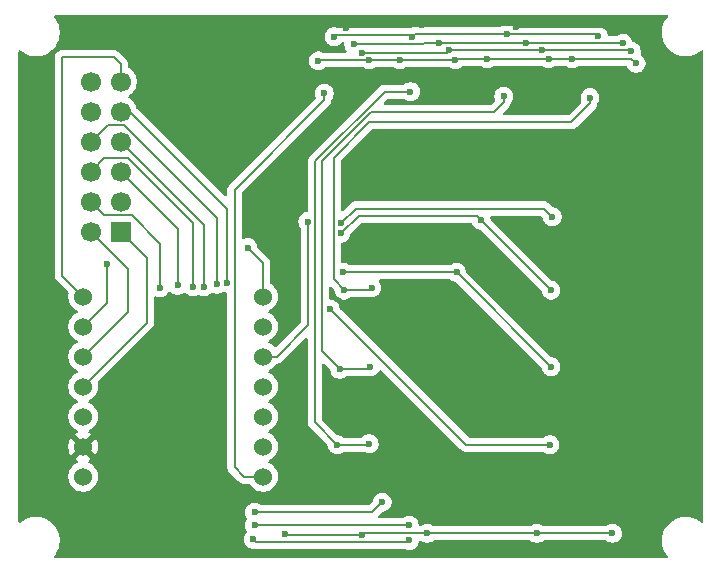
<source format=gbr>
%TF.GenerationSoftware,KiCad,Pcbnew,9.0.2*%
%TF.CreationDate,2025-08-22T16:30:00+09:00*%
%TF.ProjectId,imu_controller_board,696d755f-636f-46e7-9472-6f6c6c65725f,rev?*%
%TF.SameCoordinates,Original*%
%TF.FileFunction,Copper,L2,Bot*%
%TF.FilePolarity,Positive*%
%FSLAX46Y46*%
G04 Gerber Fmt 4.6, Leading zero omitted, Abs format (unit mm)*
G04 Created by KiCad (PCBNEW 9.0.2) date 2025-08-22 16:30:00*
%MOMM*%
%LPD*%
G01*
G04 APERTURE LIST*
%TA.AperFunction,ComponentPad*%
%ADD10R,1.700000X1.700000*%
%TD*%
%TA.AperFunction,ComponentPad*%
%ADD11C,1.700000*%
%TD*%
%TA.AperFunction,ComponentPad*%
%ADD12C,1.524000*%
%TD*%
%TA.AperFunction,ViaPad*%
%ADD13C,0.600000*%
%TD*%
%TA.AperFunction,Conductor*%
%ADD14C,0.200000*%
%TD*%
G04 APERTURE END LIST*
D10*
%TO.P,DEBUG1,1,Pin_1*%
%TO.N,/MOSI*%
X75175000Y-87850000D03*
D11*
%TO.P,DEBUG1,2,Pin_2*%
%TO.N,/MISO*%
X72635000Y-87850000D03*
%TO.P,DEBUG1,3,Pin_3*%
%TO.N,/SCK*%
X75175000Y-85310000D03*
%TO.P,DEBUG1,4,Pin_4*%
%TO.N,/CS1*%
X72635000Y-85310000D03*
%TO.P,DEBUG1,5,Pin_5*%
%TO.N,/CS2*%
X75175000Y-82770000D03*
%TO.P,DEBUG1,6,Pin_6*%
%TO.N,/CS3*%
X72635000Y-82770000D03*
%TO.P,DEBUG1,7,Pin_7*%
%TO.N,/CS4*%
X75175000Y-80230000D03*
%TO.P,DEBUG1,8,Pin_8*%
%TO.N,/CS5*%
X72635000Y-80230000D03*
%TO.P,DEBUG1,9,Pin_9*%
%TO.N,/CS6*%
X75175000Y-77690000D03*
%TO.P,DEBUG1,10,Pin_10*%
%TO.N,/CS7*%
X72635000Y-77690000D03*
%TO.P,DEBUG1,11,Pin_11*%
%TO.N,/CS8*%
X75175000Y-75150000D03*
%TO.P,DEBUG1,12*%
%TO.N,N/C*%
X72635000Y-75150000D03*
%TD*%
D12*
%TO.P,U1,1,GPIO0/A0/D0*%
%TO.N,/CS1*%
X87220000Y-108601500D03*
%TO.P,U1,2,GPIO1/A1/D1*%
%TO.N,/CS2*%
X87220000Y-106061500D03*
%TO.P,U1,3,GPIO2/A2/D2*%
%TO.N,/CS3*%
X87220000Y-103521500D03*
%TO.P,U1,4,GPIO21/D3*%
%TO.N,/CS4*%
X87220000Y-100981500D03*
%TO.P,U1,5,GPIO22/D4/SDA*%
%TO.N,/CS5*%
X87220000Y-98441500D03*
%TO.P,U1,6,GPIO23/D5/SCL*%
%TO.N,/CS6*%
X87220000Y-95901500D03*
%TO.P,U1,7,GPIO16/D6/TX*%
%TO.N,/CS7*%
X87220000Y-93361500D03*
%TO.P,U1,8,GPIO17/D7/RX*%
%TO.N,/CS8*%
X71980000Y-93361500D03*
%TO.P,U1,9,GPIO19/D8/SCK*%
%TO.N,/SCK*%
X71980000Y-95901500D03*
%TO.P,U1,10,GPIO20/D9/MISO*%
%TO.N,/MISO*%
X71980000Y-98441500D03*
%TO.P,U1,11,GPIO18/D10/MOSI*%
%TO.N,/MOSI*%
X71980000Y-100981500D03*
%TO.P,U1,12,3V3*%
%TO.N,+3V3*%
X71980000Y-103521500D03*
%TO.P,U1,13,GND*%
%TO.N,GND*%
X71980000Y-106061500D03*
%TO.P,U1,14,VBUS*%
%TO.N,unconnected-(U1-VBUS-Pad14)*%
X71980000Y-108601500D03*
%TD*%
D13*
%TO.N,GND*%
X106000000Y-111500000D03*
X105800000Y-104500000D03*
X106000000Y-102100000D03*
X105900000Y-98400000D03*
X105700000Y-91600000D03*
X86300000Y-74300000D03*
X84100000Y-80000000D03*
X74600000Y-110200000D03*
X77300000Y-98800000D03*
X77700000Y-106900000D03*
X82200000Y-72800000D03*
X82900000Y-76100000D03*
X80900000Y-70300000D03*
X121600000Y-108700000D03*
X119300000Y-114900000D03*
X123600000Y-111000000D03*
X123900000Y-74400000D03*
X120000000Y-70200000D03*
X72800000Y-70400000D03*
X67500000Y-74400000D03*
X67500000Y-110700000D03*
X71700000Y-114300000D03*
X68400000Y-106200000D03*
X98200000Y-89600000D03*
%TO.N,/CS1*%
X78500000Y-92600000D03*
%TO.N,GND*%
X104600000Y-88200000D03*
X116800000Y-70700000D03*
X108600000Y-70500000D03*
%TO.N,/MOSI*%
X103000000Y-72500000D03*
%TO.N,GND*%
X100700000Y-70400000D03*
X94200000Y-70600000D03*
%TO.N,/CS2*%
X80000000Y-92400000D03*
%TO.N,/CS3*%
X81300000Y-92500000D03*
%TO.N,/CS4*%
X82200000Y-92500000D03*
%TO.N,/CS5*%
X83300000Y-92300000D03*
%TO.N,/CS6*%
X84200000Y-92200000D03*
%TO.N,/CS7*%
X85900000Y-89200000D03*
%TO.N,/SCK*%
X74000000Y-90600000D03*
X97300000Y-110750000D03*
X86500000Y-111600000D03*
%TO.N,/MISO*%
X99600000Y-112700000D03*
X86500000Y-112700000D03*
%TO.N,/MOSI*%
X99600000Y-114000000D03*
X86400000Y-113900000D03*
%TO.N,+3V3*%
X89050000Y-113450000D03*
%TO.N,/MISO*%
X109487851Y-71885421D03*
%TO.N,/SCK*%
X107900000Y-71100000D03*
X115600000Y-71300000D03*
%TO.N,/MISO*%
X117700000Y-71900000D03*
%TO.N,/MOSI*%
X118400000Y-72600000D03*
X110800000Y-72500000D03*
%TO.N,/SCK*%
X93234358Y-71356239D03*
X99800000Y-71400000D03*
%TO.N,/MISO*%
X94900000Y-72000000D03*
X102100000Y-71900000D03*
%TO.N,/MOSI*%
X95600000Y-72700000D03*
%TO.N,/CS8*%
X93800000Y-87151473D03*
%TO.N,/CS7*%
X105700000Y-86900000D03*
%TO.N,/CS6*%
X103600000Y-91300000D03*
%TO.N,/CS5*%
X91000000Y-87000000D03*
X111500000Y-105900000D03*
X92900000Y-94400000D03*
%TO.N,/CS4*%
X114900000Y-76500000D03*
%TO.N,/CS3*%
X107600000Y-76400000D03*
%TO.N,/CS2*%
X99700000Y-76000000D03*
%TO.N,+3V3*%
X116800000Y-113400000D03*
X110400000Y-113400000D03*
X101100000Y-113400000D03*
X95600000Y-113500000D03*
%TO.N,/CS8*%
X111700000Y-86600000D03*
%TO.N,/CS7*%
X111600000Y-92800000D03*
X93800000Y-88000000D03*
%TO.N,/CS6*%
X111600000Y-99300000D03*
X94000000Y-91300000D03*
%TO.N,/CS4*%
X96400000Y-92600000D03*
X94100000Y-92800000D03*
%TO.N,/CS3*%
X96300000Y-99300000D03*
X93700000Y-99500000D03*
%TO.N,/CS2*%
X96200000Y-105800000D03*
X93500000Y-105900000D03*
%TO.N,/CS1*%
X92400000Y-76148585D03*
%TO.N,+3V3*%
X98800000Y-73300000D03*
X106200000Y-73200000D03*
X96200000Y-73300000D03*
X111400000Y-73200000D03*
X113400000Y-73200000D03*
X91900000Y-73400000D03*
X118800000Y-73600000D03*
X103500000Y-73300000D03*
%TD*%
D14*
%TO.N,/CS7*%
X105300000Y-86500000D02*
X105700000Y-86900000D01*
X93800000Y-88000000D02*
X95300000Y-86500000D01*
X95300000Y-86500000D02*
X105300000Y-86500000D01*
%TO.N,/CS8*%
X74600000Y-73100000D02*
X75175000Y-73675000D01*
X70200000Y-73100000D02*
X74600000Y-73100000D01*
X75175000Y-73675000D02*
X75175000Y-75150000D01*
X70200000Y-91581500D02*
X70200000Y-73100000D01*
X71980000Y-93361500D02*
X70200000Y-91581500D01*
%TO.N,/CS1*%
X76088000Y-86461000D02*
X73786000Y-86461000D01*
X73786000Y-86461000D02*
X72635000Y-85310000D01*
X78500000Y-92600000D02*
X78500000Y-88873000D01*
X78500000Y-88873000D02*
X76088000Y-86461000D01*
%TO.N,GND*%
X116600000Y-70500000D02*
X116800000Y-70700000D01*
X108600000Y-70500000D02*
X116600000Y-70500000D01*
%TO.N,/MISO*%
X109502430Y-71900000D02*
X109487851Y-71885421D01*
X117700000Y-71900000D02*
X109502430Y-71900000D01*
%TO.N,/CS4*%
X113300000Y-78600000D02*
X96200000Y-78600000D01*
X114900000Y-76500000D02*
X114900000Y-77000000D01*
X93200000Y-91900000D02*
X94100000Y-92800000D01*
X114900000Y-77000000D02*
X113300000Y-78600000D01*
X96200000Y-78600000D02*
X93200000Y-81600000D01*
X93200000Y-81600000D02*
X93200000Y-91900000D01*
%TO.N,+3V3*%
X113400000Y-73200000D02*
X118400000Y-73200000D01*
X113400000Y-73200000D02*
X111400000Y-73200000D01*
X118400000Y-73200000D02*
X118800000Y-73600000D01*
%TO.N,GND*%
X108500000Y-70400000D02*
X108600000Y-70500000D01*
X100700000Y-70400000D02*
X108500000Y-70400000D01*
X94400000Y-70400000D02*
X100700000Y-70400000D01*
X94200000Y-70600000D02*
X94400000Y-70400000D01*
%TO.N,/MOSI*%
X118300000Y-72500000D02*
X118400000Y-72600000D01*
X110800000Y-72500000D02*
X118300000Y-72500000D01*
X103000000Y-72500000D02*
X110800000Y-72500000D01*
%TO.N,+3V3*%
X111400000Y-73200000D02*
X106200000Y-73200000D01*
%TO.N,/MISO*%
X109473272Y-71900000D02*
X109487851Y-71885421D01*
X102100000Y-71900000D02*
X109473272Y-71900000D01*
%TO.N,/CS3*%
X92200000Y-98000000D02*
X93700000Y-99500000D01*
X92200000Y-81867100D02*
X92200000Y-98000000D01*
X107600000Y-76900000D02*
X106800000Y-77700000D01*
X106800000Y-77700000D02*
X96367100Y-77700000D01*
X96367100Y-77700000D02*
X92200000Y-81867100D01*
X107600000Y-76400000D02*
X107600000Y-76900000D01*
%TO.N,+3V3*%
X103600000Y-73200000D02*
X106200000Y-73200000D01*
%TO.N,/MISO*%
X100900000Y-71900000D02*
X100800000Y-72000000D01*
X102100000Y-71900000D02*
X100900000Y-71900000D01*
X100800000Y-72000000D02*
X94900000Y-72000000D01*
%TO.N,/MOSI*%
X102800000Y-72700000D02*
X103000000Y-72500000D01*
X95600000Y-72700000D02*
X102800000Y-72700000D01*
%TO.N,+3V3*%
X103500000Y-73300000D02*
X98800000Y-73300000D01*
%TO.N,/CS2*%
X91600000Y-81900000D02*
X91600000Y-104000000D01*
X91600000Y-104000000D02*
X93500000Y-105900000D01*
X97500000Y-76000000D02*
X91600000Y-81900000D01*
X99700000Y-76000000D02*
X97500000Y-76000000D01*
%TO.N,+3V3*%
X98800000Y-73300000D02*
X96200000Y-73300000D01*
X92000000Y-73300000D02*
X91900000Y-73400000D01*
X96200000Y-73300000D02*
X92000000Y-73300000D01*
%TO.N,/CS1*%
X85601500Y-108601500D02*
X87220000Y-108601500D01*
X84800000Y-107800000D02*
X85601500Y-108601500D01*
X92400000Y-76148585D02*
X92400000Y-76700000D01*
X92400000Y-76700000D02*
X84800000Y-84300000D01*
X84800000Y-84300000D02*
X84800000Y-107800000D01*
%TO.N,/CS2*%
X80000000Y-87595000D02*
X75175000Y-82770000D01*
X80000000Y-92400000D02*
X80000000Y-87595000D01*
%TO.N,/CS3*%
X75819000Y-81619000D02*
X73786000Y-81619000D01*
X81300000Y-87100000D02*
X75819000Y-81619000D01*
X81300000Y-92500000D02*
X81300000Y-87100000D01*
X73786000Y-81619000D02*
X72635000Y-82770000D01*
%TO.N,/CS6*%
X75990000Y-77690000D02*
X75175000Y-77690000D01*
X84200000Y-85900000D02*
X75990000Y-77690000D01*
X84200000Y-92200000D02*
X84200000Y-85900000D01*
%TO.N,/CS5*%
X74065000Y-78800000D02*
X72635000Y-80230000D01*
X74698240Y-78841000D02*
X74657240Y-78800000D01*
X75413760Y-78841000D02*
X74698240Y-78841000D01*
X83300000Y-86727240D02*
X75413760Y-78841000D01*
X74657240Y-78800000D02*
X74065000Y-78800000D01*
X83300000Y-92300000D02*
X83300000Y-86727240D01*
%TO.N,/CS7*%
X87220000Y-90520000D02*
X85900000Y-89200000D01*
X87220000Y-93361500D02*
X87220000Y-90520000D01*
%TO.N,/SCK*%
X74000000Y-93881500D02*
X74000000Y-90600000D01*
X71980000Y-95901500D02*
X74000000Y-93881500D01*
%TO.N,/MISO*%
X75800000Y-91015000D02*
X72635000Y-87850000D01*
X75800000Y-94621500D02*
X75800000Y-91015000D01*
X71980000Y-98441500D02*
X75800000Y-94621500D01*
%TO.N,/MOSI*%
X77400000Y-90075000D02*
X75175000Y-87850000D01*
X77400000Y-95561500D02*
X77400000Y-90075000D01*
X71980000Y-100981500D02*
X77400000Y-95561500D01*
%TO.N,/SCK*%
X96450000Y-111600000D02*
X97300000Y-110750000D01*
X86500000Y-111600000D02*
X96450000Y-111600000D01*
%TO.N,/MISO*%
X86500000Y-112700000D02*
X99600000Y-112700000D01*
%TO.N,/MOSI*%
X99499000Y-114101000D02*
X99600000Y-114000000D01*
X86601000Y-114101000D02*
X99499000Y-114101000D01*
X86400000Y-113900000D02*
X86601000Y-114101000D01*
%TO.N,+3V3*%
X89100000Y-113500000D02*
X95600000Y-113500000D01*
X89050000Y-113450000D02*
X89100000Y-113500000D01*
%TO.N,/SCK*%
X107900000Y-71100000D02*
X115400000Y-71100000D01*
X115400000Y-71100000D02*
X115600000Y-71300000D01*
X100100000Y-71100000D02*
X107900000Y-71100000D01*
X99800000Y-71400000D02*
X100100000Y-71100000D01*
X93390597Y-71200000D02*
X93234358Y-71356239D01*
X99600000Y-71200000D02*
X93390597Y-71200000D01*
X99800000Y-71400000D02*
X99600000Y-71200000D01*
%TO.N,/CS8*%
X95051473Y-85900000D02*
X111000000Y-85900000D01*
X93800000Y-87151473D02*
X95051473Y-85900000D01*
X111000000Y-85900000D02*
X111700000Y-86600000D01*
%TO.N,/CS5*%
X91000000Y-95800000D02*
X88358500Y-98441500D01*
X91000000Y-87000000D02*
X91000000Y-95800000D01*
X88358500Y-98441500D02*
X87220000Y-98441500D01*
X104400000Y-105900000D02*
X111500000Y-105900000D01*
X92900000Y-94400000D02*
X104400000Y-105900000D01*
%TO.N,+3V3*%
X110400000Y-113400000D02*
X116800000Y-113400000D01*
X101100000Y-113400000D02*
X110400000Y-113400000D01*
X95700000Y-113400000D02*
X101100000Y-113400000D01*
X95600000Y-113500000D02*
X95700000Y-113400000D01*
%TO.N,/CS7*%
X105700000Y-86900000D02*
X111600000Y-92800000D01*
%TO.N,/CS6*%
X103600000Y-91300000D02*
X111600000Y-99300000D01*
X94000000Y-91300000D02*
X103600000Y-91300000D01*
%TO.N,/CS4*%
X96200000Y-92800000D02*
X96400000Y-92600000D01*
X94100000Y-92800000D02*
X96200000Y-92800000D01*
%TO.N,/CS3*%
X93700000Y-99500000D02*
X96100000Y-99500000D01*
X96100000Y-99500000D02*
X96300000Y-99300000D01*
%TO.N,/CS2*%
X96100000Y-105900000D02*
X96200000Y-105800000D01*
X93500000Y-105900000D02*
X96100000Y-105900000D01*
%TO.N,/CS4*%
X82200000Y-87255000D02*
X75175000Y-80230000D01*
X82200000Y-92500000D02*
X82200000Y-87255000D01*
%TD*%
%TA.AperFunction,Conductor*%
%TO.N,GND*%
G36*
X121391209Y-69504500D02*
G01*
X121405385Y-69503656D01*
X121424069Y-69514149D01*
X121444625Y-69520185D01*
X121453922Y-69530914D01*
X121466305Y-69537869D01*
X121476350Y-69556797D01*
X121490380Y-69572989D01*
X121492400Y-69587043D01*
X121499057Y-69599586D01*
X121497274Y-69620937D01*
X121500324Y-69642147D01*
X121494312Y-69656419D01*
X121493244Y-69669214D01*
X121475961Y-69699987D01*
X121333075Y-69886196D01*
X121201958Y-70113299D01*
X121201953Y-70113309D01*
X121101605Y-70355571D01*
X121101602Y-70355581D01*
X121036085Y-70600097D01*
X121033730Y-70608885D01*
X120999500Y-70868872D01*
X120999500Y-71131127D01*
X121021668Y-71299500D01*
X121033730Y-71391116D01*
X121068486Y-71520827D01*
X121101602Y-71644418D01*
X121101605Y-71644428D01*
X121201953Y-71886690D01*
X121201958Y-71886700D01*
X121333075Y-72113803D01*
X121492718Y-72321851D01*
X121492726Y-72321860D01*
X121678140Y-72507274D01*
X121678148Y-72507281D01*
X121678149Y-72507282D01*
X121699986Y-72524038D01*
X121886196Y-72666924D01*
X122113299Y-72798041D01*
X122113309Y-72798046D01*
X122336769Y-72890606D01*
X122355581Y-72898398D01*
X122608884Y-72966270D01*
X122868880Y-73000500D01*
X122868887Y-73000500D01*
X123131113Y-73000500D01*
X123131120Y-73000500D01*
X123391116Y-72966270D01*
X123644419Y-72898398D01*
X123886697Y-72798043D01*
X124113803Y-72666924D01*
X124300015Y-72524036D01*
X124365182Y-72498843D01*
X124433627Y-72512881D01*
X124483617Y-72561694D01*
X124499500Y-72622413D01*
X124499500Y-112377586D01*
X124479815Y-112444625D01*
X124427011Y-112490380D01*
X124357853Y-112500324D01*
X124300013Y-112475961D01*
X124113803Y-112333075D01*
X123886700Y-112201958D01*
X123886690Y-112201953D01*
X123644428Y-112101605D01*
X123644421Y-112101603D01*
X123644419Y-112101602D01*
X123391116Y-112033730D01*
X123333339Y-112026123D01*
X123131127Y-111999500D01*
X123131120Y-111999500D01*
X122868880Y-111999500D01*
X122868872Y-111999500D01*
X122637772Y-112029926D01*
X122608884Y-112033730D01*
X122363500Y-112099480D01*
X122355581Y-112101602D01*
X122355571Y-112101605D01*
X122113309Y-112201953D01*
X122113299Y-112201958D01*
X121886196Y-112333075D01*
X121678148Y-112492718D01*
X121492718Y-112678148D01*
X121333075Y-112886196D01*
X121201958Y-113113299D01*
X121201953Y-113113309D01*
X121101605Y-113355571D01*
X121101602Y-113355581D01*
X121068574Y-113478846D01*
X121033730Y-113608885D01*
X120999500Y-113868872D01*
X120999500Y-114131127D01*
X121020436Y-114290140D01*
X121033730Y-114391116D01*
X121098831Y-114634076D01*
X121101602Y-114644418D01*
X121101605Y-114644428D01*
X121201953Y-114886690D01*
X121201958Y-114886700D01*
X121333075Y-115113803D01*
X121475961Y-115300013D01*
X121501156Y-115365182D01*
X121487118Y-115433627D01*
X121438304Y-115483617D01*
X121377586Y-115499500D01*
X69622414Y-115499500D01*
X69555375Y-115479815D01*
X69509620Y-115427011D01*
X69499676Y-115357853D01*
X69524039Y-115300013D01*
X69666924Y-115113803D01*
X69798041Y-114886700D01*
X69798046Y-114886690D01*
X69877030Y-114696005D01*
X69898398Y-114644419D01*
X69966270Y-114391116D01*
X70000500Y-114131120D01*
X70000500Y-113868880D01*
X69994216Y-113821153D01*
X85599500Y-113821153D01*
X85599500Y-113978846D01*
X85630261Y-114133489D01*
X85630264Y-114133501D01*
X85690602Y-114279172D01*
X85690609Y-114279185D01*
X85778210Y-114410288D01*
X85778213Y-114410292D01*
X85889707Y-114521786D01*
X85889711Y-114521789D01*
X86020814Y-114609390D01*
X86020827Y-114609397D01*
X86105379Y-114644419D01*
X86166503Y-114669737D01*
X86318157Y-114699903D01*
X86321153Y-114700499D01*
X86321156Y-114700500D01*
X86321158Y-114700500D01*
X86478844Y-114700500D01*
X86484902Y-114699903D01*
X86484966Y-114700553D01*
X86498723Y-114699273D01*
X86514312Y-114699456D01*
X86521943Y-114701501D01*
X86680057Y-114701501D01*
X86680061Y-114701500D01*
X99177098Y-114701500D01*
X99224550Y-114710939D01*
X99366498Y-114769735D01*
X99366503Y-114769737D01*
X99521153Y-114800499D01*
X99521156Y-114800500D01*
X99521158Y-114800500D01*
X99678844Y-114800500D01*
X99678845Y-114800499D01*
X99833497Y-114769737D01*
X99979179Y-114709394D01*
X100110289Y-114621789D01*
X100221789Y-114510289D01*
X100309394Y-114379179D01*
X100369737Y-114233497D01*
X100389628Y-114133501D01*
X100396231Y-114100308D01*
X100410945Y-114072177D01*
X100424135Y-114043297D01*
X100427024Y-114041440D01*
X100428616Y-114038397D01*
X100456208Y-114022684D01*
X100482913Y-114005523D01*
X100487506Y-114004862D01*
X100489332Y-114003823D01*
X100517848Y-114000500D01*
X100520234Y-114000500D01*
X100587273Y-114020185D01*
X100589125Y-114021398D01*
X100720814Y-114109390D01*
X100720827Y-114109397D01*
X100866498Y-114169735D01*
X100866503Y-114169737D01*
X101021153Y-114200499D01*
X101021156Y-114200500D01*
X101021158Y-114200500D01*
X101178844Y-114200500D01*
X101178845Y-114200499D01*
X101333497Y-114169737D01*
X101479179Y-114109394D01*
X101496279Y-114097968D01*
X101610875Y-114021398D01*
X101677553Y-114000520D01*
X101679766Y-114000500D01*
X109820234Y-114000500D01*
X109887273Y-114020185D01*
X109889125Y-114021398D01*
X110020814Y-114109390D01*
X110020827Y-114109397D01*
X110166498Y-114169735D01*
X110166503Y-114169737D01*
X110321153Y-114200499D01*
X110321156Y-114200500D01*
X110321158Y-114200500D01*
X110478844Y-114200500D01*
X110478845Y-114200499D01*
X110633497Y-114169737D01*
X110779179Y-114109394D01*
X110796279Y-114097968D01*
X110910875Y-114021398D01*
X110977553Y-114000520D01*
X110979766Y-114000500D01*
X116220234Y-114000500D01*
X116287273Y-114020185D01*
X116289125Y-114021398D01*
X116420814Y-114109390D01*
X116420827Y-114109397D01*
X116566498Y-114169735D01*
X116566503Y-114169737D01*
X116721153Y-114200499D01*
X116721156Y-114200500D01*
X116721158Y-114200500D01*
X116878844Y-114200500D01*
X116878845Y-114200499D01*
X117033497Y-114169737D01*
X117179179Y-114109394D01*
X117310289Y-114021789D01*
X117421789Y-113910289D01*
X117509394Y-113779179D01*
X117569737Y-113633497D01*
X117600500Y-113478842D01*
X117600500Y-113321158D01*
X117600500Y-113321155D01*
X117600499Y-113321153D01*
X117581845Y-113227376D01*
X117569737Y-113166503D01*
X117549862Y-113118520D01*
X117509397Y-113020827D01*
X117509390Y-113020814D01*
X117421789Y-112889711D01*
X117421786Y-112889707D01*
X117310292Y-112778213D01*
X117310288Y-112778210D01*
X117179185Y-112690609D01*
X117179172Y-112690602D01*
X117033501Y-112630264D01*
X117033489Y-112630261D01*
X116878845Y-112599500D01*
X116878842Y-112599500D01*
X116721158Y-112599500D01*
X116721155Y-112599500D01*
X116566510Y-112630261D01*
X116566498Y-112630264D01*
X116420827Y-112690602D01*
X116420814Y-112690609D01*
X116289125Y-112778602D01*
X116222447Y-112799480D01*
X116220234Y-112799500D01*
X110979766Y-112799500D01*
X110912727Y-112779815D01*
X110910875Y-112778602D01*
X110779185Y-112690609D01*
X110779172Y-112690602D01*
X110633501Y-112630264D01*
X110633489Y-112630261D01*
X110478845Y-112599500D01*
X110478842Y-112599500D01*
X110321158Y-112599500D01*
X110321155Y-112599500D01*
X110166510Y-112630261D01*
X110166498Y-112630264D01*
X110020827Y-112690602D01*
X110020814Y-112690609D01*
X109889125Y-112778602D01*
X109822447Y-112799480D01*
X109820234Y-112799500D01*
X101679766Y-112799500D01*
X101612727Y-112779815D01*
X101610875Y-112778602D01*
X101479185Y-112690609D01*
X101479172Y-112690602D01*
X101333501Y-112630264D01*
X101333489Y-112630261D01*
X101178845Y-112599500D01*
X101178842Y-112599500D01*
X101021158Y-112599500D01*
X101021155Y-112599500D01*
X100866510Y-112630261D01*
X100866498Y-112630264D01*
X100720827Y-112690602D01*
X100720814Y-112690609D01*
X100593391Y-112775751D01*
X100526713Y-112796629D01*
X100459333Y-112778144D01*
X100412643Y-112726165D01*
X100400500Y-112672649D01*
X100400500Y-112621155D01*
X100400499Y-112621153D01*
X100374953Y-112492726D01*
X100369737Y-112466503D01*
X100332907Y-112377586D01*
X100309397Y-112320827D01*
X100309390Y-112320814D01*
X100221789Y-112189711D01*
X100221786Y-112189707D01*
X100110292Y-112078213D01*
X100110288Y-112078210D01*
X99979185Y-111990609D01*
X99979172Y-111990602D01*
X99833501Y-111930264D01*
X99833489Y-111930261D01*
X99678845Y-111899500D01*
X99678842Y-111899500D01*
X99521158Y-111899500D01*
X99521155Y-111899500D01*
X99366510Y-111930261D01*
X99366498Y-111930264D01*
X99220827Y-111990602D01*
X99220814Y-111990609D01*
X99089125Y-112078602D01*
X99022447Y-112099480D01*
X99020234Y-112099500D01*
X97099096Y-112099500D01*
X97032057Y-112079815D01*
X96986302Y-112027011D01*
X96976358Y-111957853D01*
X97005383Y-111894297D01*
X97011415Y-111887819D01*
X97314665Y-111584570D01*
X97375984Y-111551088D01*
X97378151Y-111550637D01*
X97378840Y-111550500D01*
X97378842Y-111550500D01*
X97533497Y-111519737D01*
X97679179Y-111459394D01*
X97810289Y-111371789D01*
X97921789Y-111260289D01*
X98009394Y-111129179D01*
X98069737Y-110983497D01*
X98100500Y-110828842D01*
X98100500Y-110671158D01*
X98100500Y-110671155D01*
X98100499Y-110671153D01*
X98069738Y-110516510D01*
X98069738Y-110516508D01*
X98069737Y-110516503D01*
X98069735Y-110516498D01*
X98009397Y-110370827D01*
X98009390Y-110370814D01*
X97921789Y-110239711D01*
X97921786Y-110239707D01*
X97810292Y-110128213D01*
X97810288Y-110128210D01*
X97679185Y-110040609D01*
X97679172Y-110040602D01*
X97533501Y-109980264D01*
X97533489Y-109980261D01*
X97378845Y-109949500D01*
X97378842Y-109949500D01*
X97221158Y-109949500D01*
X97221155Y-109949500D01*
X97066510Y-109980261D01*
X97066498Y-109980264D01*
X96920827Y-110040602D01*
X96920814Y-110040609D01*
X96789711Y-110128210D01*
X96789707Y-110128213D01*
X96678213Y-110239707D01*
X96678210Y-110239711D01*
X96590609Y-110370814D01*
X96590602Y-110370827D01*
X96530264Y-110516498D01*
X96530261Y-110516508D01*
X96499362Y-110671849D01*
X96466977Y-110733759D01*
X96465426Y-110735338D01*
X96237584Y-110963181D01*
X96176261Y-110996666D01*
X96149903Y-110999500D01*
X87079766Y-110999500D01*
X87012727Y-110979815D01*
X87010875Y-110978602D01*
X86879185Y-110890609D01*
X86879172Y-110890602D01*
X86733501Y-110830264D01*
X86733489Y-110830261D01*
X86578845Y-110799500D01*
X86578842Y-110799500D01*
X86421158Y-110799500D01*
X86421155Y-110799500D01*
X86266510Y-110830261D01*
X86266498Y-110830264D01*
X86120827Y-110890602D01*
X86120814Y-110890609D01*
X85989711Y-110978210D01*
X85989707Y-110978213D01*
X85878213Y-111089707D01*
X85878210Y-111089711D01*
X85790609Y-111220814D01*
X85790602Y-111220827D01*
X85730264Y-111366498D01*
X85730261Y-111366510D01*
X85699500Y-111521153D01*
X85699500Y-111678846D01*
X85730261Y-111833489D01*
X85730264Y-111833501D01*
X85790602Y-111979172D01*
X85790609Y-111979185D01*
X85858713Y-112081109D01*
X85879591Y-112147787D01*
X85861107Y-112215167D01*
X85858713Y-112218891D01*
X85790609Y-112320814D01*
X85790602Y-112320827D01*
X85730264Y-112466498D01*
X85730261Y-112466510D01*
X85699500Y-112621153D01*
X85699500Y-112778846D01*
X85730261Y-112933489D01*
X85730264Y-112933501D01*
X85790602Y-113079172D01*
X85790609Y-113079185D01*
X85853485Y-113173285D01*
X85874363Y-113239963D01*
X85855878Y-113307343D01*
X85838064Y-113329857D01*
X85778213Y-113389707D01*
X85778210Y-113389711D01*
X85690609Y-113520814D01*
X85690602Y-113520827D01*
X85630264Y-113666498D01*
X85630261Y-113666510D01*
X85599500Y-113821153D01*
X69994216Y-113821153D01*
X69966270Y-113608884D01*
X69898398Y-113355581D01*
X69884138Y-113321155D01*
X69798046Y-113113309D01*
X69798041Y-113113299D01*
X69666924Y-112886196D01*
X69516843Y-112690609D01*
X69507282Y-112678149D01*
X69507281Y-112678148D01*
X69507274Y-112678140D01*
X69321860Y-112492726D01*
X69321851Y-112492718D01*
X69113803Y-112333075D01*
X68886700Y-112201958D01*
X68886690Y-112201953D01*
X68644428Y-112101605D01*
X68644421Y-112101603D01*
X68644419Y-112101602D01*
X68391116Y-112033730D01*
X68333339Y-112026123D01*
X68131127Y-111999500D01*
X68131120Y-111999500D01*
X67868880Y-111999500D01*
X67868872Y-111999500D01*
X67637772Y-112029926D01*
X67608884Y-112033730D01*
X67363500Y-112099480D01*
X67355581Y-112101602D01*
X67355571Y-112101605D01*
X67113309Y-112201953D01*
X67113299Y-112201958D01*
X66886196Y-112333075D01*
X66699987Y-112475961D01*
X66634818Y-112501156D01*
X66566373Y-112487118D01*
X66516383Y-112438304D01*
X66500500Y-112377586D01*
X66500500Y-91660554D01*
X69599498Y-91660554D01*
X69640423Y-91813285D01*
X69661332Y-91849500D01*
X69661331Y-91849500D01*
X69661332Y-91849501D01*
X69719475Y-91950209D01*
X69719481Y-91950217D01*
X69838349Y-92069085D01*
X69838355Y-92069090D01*
X70716237Y-92946972D01*
X70749722Y-93008295D01*
X70749160Y-93061022D01*
X70749349Y-93061052D01*
X70749146Y-93062331D01*
X70749133Y-93063587D01*
X70748587Y-93065860D01*
X70717500Y-93262139D01*
X70717500Y-93460860D01*
X70748587Y-93657137D01*
X70809993Y-93846129D01*
X70809994Y-93846132D01*
X70870002Y-93963902D01*
X70900213Y-94023194D01*
X71017019Y-94183964D01*
X71157536Y-94324481D01*
X71318306Y-94441287D01*
X71421708Y-94493973D01*
X71474780Y-94521015D01*
X71525576Y-94568990D01*
X71542371Y-94636811D01*
X71519833Y-94702946D01*
X71474780Y-94741985D01*
X71318305Y-94821713D01*
X71157533Y-94938521D01*
X71017021Y-95079033D01*
X70900213Y-95239805D01*
X70809994Y-95416867D01*
X70809993Y-95416870D01*
X70748587Y-95605862D01*
X70717500Y-95802139D01*
X70717500Y-96000860D01*
X70748587Y-96197137D01*
X70809993Y-96386129D01*
X70809994Y-96386132D01*
X70847526Y-96459791D01*
X70900213Y-96563194D01*
X71017019Y-96723964D01*
X71157536Y-96864481D01*
X71318306Y-96981287D01*
X71421708Y-97033973D01*
X71474780Y-97061015D01*
X71525576Y-97108990D01*
X71542371Y-97176811D01*
X71519833Y-97242946D01*
X71474780Y-97281985D01*
X71318305Y-97361713D01*
X71157533Y-97478521D01*
X71017021Y-97619033D01*
X70900213Y-97779805D01*
X70809994Y-97956867D01*
X70809993Y-97956870D01*
X70748587Y-98145862D01*
X70748587Y-98145864D01*
X70717500Y-98342139D01*
X70717500Y-98540861D01*
X70724170Y-98582971D01*
X70748587Y-98737137D01*
X70809993Y-98926129D01*
X70809994Y-98926132D01*
X70861063Y-99026359D01*
X70900213Y-99103194D01*
X71017019Y-99263964D01*
X71157536Y-99404481D01*
X71318306Y-99521287D01*
X71431264Y-99578842D01*
X71474780Y-99601015D01*
X71525576Y-99648990D01*
X71542371Y-99716811D01*
X71519833Y-99782946D01*
X71474780Y-99821985D01*
X71318305Y-99901713D01*
X71157533Y-100018521D01*
X71017021Y-100159033D01*
X70900213Y-100319805D01*
X70809994Y-100496867D01*
X70809993Y-100496870D01*
X70748587Y-100685862D01*
X70717500Y-100882139D01*
X70717500Y-101080860D01*
X70748587Y-101277137D01*
X70809993Y-101466129D01*
X70809994Y-101466132D01*
X70900213Y-101643194D01*
X71017019Y-101803964D01*
X71157536Y-101944481D01*
X71318306Y-102061287D01*
X71436832Y-102121679D01*
X71474780Y-102141015D01*
X71525576Y-102188990D01*
X71542371Y-102256811D01*
X71519833Y-102322946D01*
X71474780Y-102361985D01*
X71318305Y-102441713D01*
X71157533Y-102558521D01*
X71017021Y-102699033D01*
X70900213Y-102859805D01*
X70809994Y-103036867D01*
X70809993Y-103036870D01*
X70748587Y-103225862D01*
X70717500Y-103422139D01*
X70717500Y-103620860D01*
X70748587Y-103817137D01*
X70809993Y-104006129D01*
X70809994Y-104006132D01*
X70847152Y-104079057D01*
X70900213Y-104183194D01*
X71017019Y-104343964D01*
X71157536Y-104484481D01*
X71318306Y-104601287D01*
X71475332Y-104681296D01*
X71526127Y-104729269D01*
X71542922Y-104797090D01*
X71520385Y-104863225D01*
X71475332Y-104902264D01*
X71318566Y-104982141D01*
X71281283Y-105009229D01*
X71281282Y-105009230D01*
X71895906Y-105623852D01*
X71808429Y-105647292D01*
X71707070Y-105705811D01*
X71624311Y-105788570D01*
X71565792Y-105889929D01*
X71542352Y-105977405D01*
X70927730Y-105362782D01*
X70927729Y-105362783D01*
X70900643Y-105400064D01*
X70810457Y-105577062D01*
X70749075Y-105765976D01*
X70749075Y-105765979D01*
X70718000Y-105962178D01*
X70718000Y-106160821D01*
X70749075Y-106357020D01*
X70749075Y-106357023D01*
X70810457Y-106545937D01*
X70900641Y-106722932D01*
X70927730Y-106760215D01*
X71542352Y-106145593D01*
X71565792Y-106233071D01*
X71624311Y-106334430D01*
X71707070Y-106417189D01*
X71808429Y-106475708D01*
X71895905Y-106499147D01*
X71281283Y-107113768D01*
X71281283Y-107113769D01*
X71318567Y-107140858D01*
X71475331Y-107220734D01*
X71526127Y-107268709D01*
X71542922Y-107336530D01*
X71520384Y-107402665D01*
X71475331Y-107441704D01*
X71318305Y-107521713D01*
X71157533Y-107638521D01*
X71017021Y-107779033D01*
X70900213Y-107939805D01*
X70809994Y-108116867D01*
X70809993Y-108116870D01*
X70748587Y-108305862D01*
X70717500Y-108502139D01*
X70717500Y-108700860D01*
X70748587Y-108897137D01*
X70809993Y-109086129D01*
X70809994Y-109086132D01*
X70869032Y-109201999D01*
X70900213Y-109263194D01*
X71017019Y-109423964D01*
X71157536Y-109564481D01*
X71318306Y-109681287D01*
X71405149Y-109725535D01*
X71495367Y-109771505D01*
X71495370Y-109771506D01*
X71589866Y-109802209D01*
X71684364Y-109832913D01*
X71880639Y-109864000D01*
X71880640Y-109864000D01*
X72079360Y-109864000D01*
X72079361Y-109864000D01*
X72275636Y-109832913D01*
X72464632Y-109771505D01*
X72641694Y-109681287D01*
X72802464Y-109564481D01*
X72942981Y-109423964D01*
X73059787Y-109263194D01*
X73150005Y-109086132D01*
X73211413Y-108897136D01*
X73242500Y-108700861D01*
X73242500Y-108502139D01*
X73211413Y-108305864D01*
X73150005Y-108116868D01*
X73150005Y-108116867D01*
X73080937Y-107981315D01*
X73059787Y-107939806D01*
X72942981Y-107779036D01*
X72802464Y-107638519D01*
X72641694Y-107521713D01*
X72484667Y-107441703D01*
X72433872Y-107393729D01*
X72417077Y-107325908D01*
X72439614Y-107259773D01*
X72484669Y-107220734D01*
X72641422Y-107140864D01*
X72678716Y-107113768D01*
X72064095Y-106499147D01*
X72151571Y-106475708D01*
X72252930Y-106417189D01*
X72335689Y-106334430D01*
X72394208Y-106233071D01*
X72417647Y-106145594D01*
X73032268Y-106760215D01*
X73059362Y-106722925D01*
X73149542Y-106545937D01*
X73210924Y-106357023D01*
X73210924Y-106357020D01*
X73242000Y-106160821D01*
X73242000Y-105962178D01*
X73210924Y-105765979D01*
X73210924Y-105765976D01*
X73149542Y-105577062D01*
X73059358Y-105400067D01*
X73032268Y-105362783D01*
X72417647Y-105977404D01*
X72394208Y-105889929D01*
X72335689Y-105788570D01*
X72252930Y-105705811D01*
X72151571Y-105647292D01*
X72064094Y-105623852D01*
X72678716Y-105009231D01*
X72678715Y-105009230D01*
X72641432Y-104982141D01*
X72484668Y-104902265D01*
X72433872Y-104854290D01*
X72417077Y-104786469D01*
X72439615Y-104720334D01*
X72484667Y-104681296D01*
X72641694Y-104601287D01*
X72802464Y-104484481D01*
X72942981Y-104343964D01*
X73059787Y-104183194D01*
X73150005Y-104006132D01*
X73211413Y-103817136D01*
X73242500Y-103620861D01*
X73242500Y-103422139D01*
X73211413Y-103225864D01*
X73150005Y-103036868D01*
X73150005Y-103036867D01*
X73059786Y-102859805D01*
X72942981Y-102699036D01*
X72802464Y-102558519D01*
X72641694Y-102441713D01*
X72485218Y-102361984D01*
X72434423Y-102314010D01*
X72417628Y-102246189D01*
X72440165Y-102180054D01*
X72485218Y-102141015D01*
X72641694Y-102061287D01*
X72802464Y-101944481D01*
X72942981Y-101803964D01*
X73059787Y-101643194D01*
X73150005Y-101466132D01*
X73211413Y-101277136D01*
X73242500Y-101080861D01*
X73242500Y-100882139D01*
X73211413Y-100685864D01*
X73211411Y-100685858D01*
X73210870Y-100683604D01*
X73210914Y-100682715D01*
X73210651Y-100681052D01*
X73211000Y-100680996D01*
X73214359Y-100613821D01*
X73243762Y-100566972D01*
X74296074Y-99514660D01*
X77880520Y-95930216D01*
X77959577Y-95793284D01*
X78000501Y-95640557D01*
X78000501Y-95482442D01*
X78000501Y-95474847D01*
X78000500Y-95474829D01*
X78000500Y-93445134D01*
X78020185Y-93378095D01*
X78072989Y-93332340D01*
X78142147Y-93322396D01*
X78171950Y-93330572D01*
X78266503Y-93369737D01*
X78396992Y-93395693D01*
X78421153Y-93400499D01*
X78421156Y-93400500D01*
X78421158Y-93400500D01*
X78578844Y-93400500D01*
X78578845Y-93400499D01*
X78733497Y-93369737D01*
X78879179Y-93309394D01*
X79010289Y-93221789D01*
X79121789Y-93110289D01*
X79209394Y-92979179D01*
X79209396Y-92979172D01*
X79212264Y-92973809D01*
X79214213Y-92974851D01*
X79251796Y-92928174D01*
X79318081Y-92906081D01*
X79385787Y-92923331D01*
X79410240Y-92942319D01*
X79489707Y-93021786D01*
X79489711Y-93021789D01*
X79620814Y-93109390D01*
X79620827Y-93109397D01*
X79747998Y-93162072D01*
X79766503Y-93169737D01*
X79854426Y-93187226D01*
X79921153Y-93200499D01*
X79921156Y-93200500D01*
X79921158Y-93200500D01*
X80078844Y-93200500D01*
X80078845Y-93200499D01*
X80233497Y-93169737D01*
X80349262Y-93121786D01*
X80379172Y-93109397D01*
X80379172Y-93109396D01*
X80379179Y-93109394D01*
X80510289Y-93021789D01*
X80512313Y-93019764D01*
X80513633Y-93019043D01*
X80514993Y-93017928D01*
X80515204Y-93018185D01*
X80573631Y-92986276D01*
X80643323Y-92991255D01*
X80687680Y-93019759D01*
X80789707Y-93121786D01*
X80789711Y-93121789D01*
X80920814Y-93209390D01*
X80920827Y-93209397D01*
X81066498Y-93269735D01*
X81066503Y-93269737D01*
X81221153Y-93300499D01*
X81221156Y-93300500D01*
X81221158Y-93300500D01*
X81378844Y-93300500D01*
X81378845Y-93300499D01*
X81533497Y-93269737D01*
X81679179Y-93209394D01*
X81681110Y-93208103D01*
X81682276Y-93207737D01*
X81684546Y-93206525D01*
X81684776Y-93206955D01*
X81747786Y-93187226D01*
X81815166Y-93205710D01*
X81818850Y-93208077D01*
X81820821Y-93209394D01*
X81820824Y-93209395D01*
X81820827Y-93209397D01*
X81966498Y-93269735D01*
X81966503Y-93269737D01*
X82121153Y-93300499D01*
X82121156Y-93300500D01*
X82121158Y-93300500D01*
X82278844Y-93300500D01*
X82278845Y-93300499D01*
X82433497Y-93269737D01*
X82579179Y-93209394D01*
X82710289Y-93121789D01*
X82792841Y-93039236D01*
X82854162Y-93005752D01*
X82923853Y-93010736D01*
X82927973Y-93012357D01*
X83066498Y-93069735D01*
X83066503Y-93069737D01*
X83202205Y-93096730D01*
X83221153Y-93100499D01*
X83221156Y-93100500D01*
X83221158Y-93100500D01*
X83378844Y-93100500D01*
X83378845Y-93100499D01*
X83533497Y-93069737D01*
X83654139Y-93019766D01*
X83679172Y-93009397D01*
X83679172Y-93009396D01*
X83679179Y-93009394D01*
X83706326Y-92991255D01*
X83770662Y-92948267D01*
X83771085Y-92948134D01*
X83771373Y-92947795D01*
X83804449Y-92937687D01*
X83837339Y-92927389D01*
X83837909Y-92927462D01*
X83838193Y-92927376D01*
X83840114Y-92927747D01*
X83873181Y-92932016D01*
X83880234Y-92934003D01*
X83966503Y-92969737D01*
X84104456Y-92997177D01*
X84109128Y-92998494D01*
X84134781Y-93014585D01*
X84161602Y-93028615D01*
X84164077Y-93032961D01*
X84168317Y-93035621D01*
X84181197Y-93063027D01*
X84196176Y-93089330D01*
X84197038Y-93096730D01*
X84198037Y-93098855D01*
X84197637Y-93101868D01*
X84199500Y-93117847D01*
X84199500Y-107713330D01*
X84199499Y-107713348D01*
X84199499Y-107879054D01*
X84199498Y-107879054D01*
X84240423Y-108031785D01*
X84269358Y-108081900D01*
X84269359Y-108081904D01*
X84269360Y-108081904D01*
X84319479Y-108168714D01*
X84319481Y-108168717D01*
X84438349Y-108287585D01*
X84438355Y-108287590D01*
X85116639Y-108965874D01*
X85116649Y-108965885D01*
X85120979Y-108970215D01*
X85120980Y-108970216D01*
X85232784Y-109082020D01*
X85319595Y-109132139D01*
X85319597Y-109132141D01*
X85357651Y-109154111D01*
X85369715Y-109161077D01*
X85522443Y-109202000D01*
X85680557Y-109202000D01*
X86033270Y-109202000D01*
X86100309Y-109221685D01*
X86137191Y-109259366D01*
X86137349Y-109259252D01*
X86138127Y-109260323D01*
X86139000Y-109261215D01*
X86140210Y-109263190D01*
X86140213Y-109263194D01*
X86257019Y-109423964D01*
X86397536Y-109564481D01*
X86558306Y-109681287D01*
X86645149Y-109725535D01*
X86735367Y-109771505D01*
X86735370Y-109771506D01*
X86829866Y-109802209D01*
X86924364Y-109832913D01*
X87120639Y-109864000D01*
X87120640Y-109864000D01*
X87319360Y-109864000D01*
X87319361Y-109864000D01*
X87515636Y-109832913D01*
X87704632Y-109771505D01*
X87881694Y-109681287D01*
X88042464Y-109564481D01*
X88182981Y-109423964D01*
X88299787Y-109263194D01*
X88390005Y-109086132D01*
X88451413Y-108897136D01*
X88482500Y-108700861D01*
X88482500Y-108502139D01*
X88451413Y-108305864D01*
X88390005Y-108116868D01*
X88390005Y-108116867D01*
X88320937Y-107981315D01*
X88299787Y-107939806D01*
X88182981Y-107779036D01*
X88042464Y-107638519D01*
X87881694Y-107521713D01*
X87725218Y-107441984D01*
X87674423Y-107394010D01*
X87657628Y-107326189D01*
X87680165Y-107260054D01*
X87725218Y-107221015D01*
X87881694Y-107141287D01*
X88042464Y-107024481D01*
X88182981Y-106883964D01*
X88299787Y-106723194D01*
X88390005Y-106546132D01*
X88451413Y-106357136D01*
X88482500Y-106160861D01*
X88482500Y-105962139D01*
X88451413Y-105765864D01*
X88390005Y-105576868D01*
X88390005Y-105576867D01*
X88344035Y-105486649D01*
X88299787Y-105399806D01*
X88182981Y-105239036D01*
X88042464Y-105098519D01*
X87881694Y-104981713D01*
X87725218Y-104901984D01*
X87674423Y-104854010D01*
X87657628Y-104786189D01*
X87680165Y-104720054D01*
X87725218Y-104681015D01*
X87881694Y-104601287D01*
X88042464Y-104484481D01*
X88182981Y-104343964D01*
X88299787Y-104183194D01*
X88390005Y-104006132D01*
X88451413Y-103817136D01*
X88482500Y-103620861D01*
X88482500Y-103422139D01*
X88451413Y-103225864D01*
X88390005Y-103036868D01*
X88390005Y-103036867D01*
X88299786Y-102859805D01*
X88182981Y-102699036D01*
X88042464Y-102558519D01*
X87881694Y-102441713D01*
X87725218Y-102361984D01*
X87674423Y-102314010D01*
X87657628Y-102246189D01*
X87680165Y-102180054D01*
X87725218Y-102141015D01*
X87881694Y-102061287D01*
X88042464Y-101944481D01*
X88182981Y-101803964D01*
X88299787Y-101643194D01*
X88390005Y-101466132D01*
X88451413Y-101277136D01*
X88482500Y-101080861D01*
X88482500Y-100882139D01*
X88451413Y-100685864D01*
X88390005Y-100496868D01*
X88390005Y-100496867D01*
X88299786Y-100319805D01*
X88285760Y-100300500D01*
X88182981Y-100159036D01*
X88042464Y-100018519D01*
X87881694Y-99901713D01*
X87725218Y-99821984D01*
X87674423Y-99774010D01*
X87657628Y-99706189D01*
X87680165Y-99640054D01*
X87725218Y-99601015D01*
X87881694Y-99521287D01*
X88042464Y-99404481D01*
X88182981Y-99263964D01*
X88299787Y-99103194D01*
X88299791Y-99103184D01*
X88301004Y-99101208D01*
X88301663Y-99100611D01*
X88302651Y-99099252D01*
X88302936Y-99099459D01*
X88352818Y-99054334D01*
X88406730Y-99042001D01*
X88437554Y-99042001D01*
X88437557Y-99042001D01*
X88590285Y-99001077D01*
X88640404Y-98972139D01*
X88727216Y-98922020D01*
X88839020Y-98810216D01*
X88839020Y-98810214D01*
X88849228Y-98800007D01*
X88849229Y-98800004D01*
X90787820Y-96861413D01*
X90849142Y-96827930D01*
X90918834Y-96832914D01*
X90974767Y-96874786D01*
X90999184Y-96940250D01*
X90999500Y-96949096D01*
X90999500Y-103913330D01*
X90999499Y-103913348D01*
X90999499Y-104079054D01*
X90999498Y-104079054D01*
X91040423Y-104231786D01*
X91054130Y-104255525D01*
X91054131Y-104255530D01*
X91054133Y-104255530D01*
X91119479Y-104368714D01*
X91119481Y-104368717D01*
X91238349Y-104487585D01*
X91238355Y-104487590D01*
X92665425Y-105914660D01*
X92698910Y-105975983D01*
X92699361Y-105978149D01*
X92730261Y-106133491D01*
X92730264Y-106133501D01*
X92790602Y-106279172D01*
X92790609Y-106279185D01*
X92878210Y-106410288D01*
X92878213Y-106410292D01*
X92989707Y-106521786D01*
X92989711Y-106521789D01*
X93120814Y-106609390D01*
X93120827Y-106609397D01*
X93266498Y-106669735D01*
X93266503Y-106669737D01*
X93421153Y-106700499D01*
X93421156Y-106700500D01*
X93421158Y-106700500D01*
X93578844Y-106700500D01*
X93578845Y-106700499D01*
X93733497Y-106669737D01*
X93879179Y-106609394D01*
X93892491Y-106600499D01*
X94010875Y-106521398D01*
X94077553Y-106500520D01*
X94079766Y-106500500D01*
X95774684Y-106500500D01*
X95822136Y-106509939D01*
X95909515Y-106546132D01*
X95966503Y-106569737D01*
X96121153Y-106600499D01*
X96121156Y-106600500D01*
X96121158Y-106600500D01*
X96278844Y-106600500D01*
X96278845Y-106600499D01*
X96433497Y-106569737D01*
X96579179Y-106509394D01*
X96710289Y-106421789D01*
X96821789Y-106310289D01*
X96909394Y-106179179D01*
X96969737Y-106033497D01*
X97000500Y-105878842D01*
X97000500Y-105721158D01*
X97000500Y-105721155D01*
X97000499Y-105721153D01*
X96985807Y-105647292D01*
X96969737Y-105566503D01*
X96950812Y-105520814D01*
X96909397Y-105420827D01*
X96909390Y-105420814D01*
X96821789Y-105289711D01*
X96821786Y-105289707D01*
X96710292Y-105178213D01*
X96710288Y-105178210D01*
X96579185Y-105090609D01*
X96579172Y-105090602D01*
X96433501Y-105030264D01*
X96433489Y-105030261D01*
X96278845Y-104999500D01*
X96278842Y-104999500D01*
X96121158Y-104999500D01*
X96121155Y-104999500D01*
X95966510Y-105030261D01*
X95966498Y-105030264D01*
X95820827Y-105090602D01*
X95820814Y-105090609D01*
X95689712Y-105178209D01*
X95647227Y-105220695D01*
X95604739Y-105263182D01*
X95543419Y-105296666D01*
X95517060Y-105299500D01*
X94079766Y-105299500D01*
X94012727Y-105279815D01*
X94010875Y-105278602D01*
X93879185Y-105190609D01*
X93879172Y-105190602D01*
X93733501Y-105130264D01*
X93733491Y-105130261D01*
X93578151Y-105099362D01*
X93516241Y-105066977D01*
X93514662Y-105065426D01*
X92236819Y-103787583D01*
X92203334Y-103726260D01*
X92200500Y-103699902D01*
X92200500Y-99149097D01*
X92220185Y-99082058D01*
X92272989Y-99036303D01*
X92342147Y-99026359D01*
X92405703Y-99055384D01*
X92412181Y-99061416D01*
X92865425Y-99514660D01*
X92898910Y-99575983D01*
X92899361Y-99578149D01*
X92930261Y-99733491D01*
X92930264Y-99733501D01*
X92990602Y-99879172D01*
X92990609Y-99879185D01*
X93078210Y-100010288D01*
X93078213Y-100010292D01*
X93189707Y-100121786D01*
X93189711Y-100121789D01*
X93320814Y-100209390D01*
X93320827Y-100209397D01*
X93466498Y-100269735D01*
X93466503Y-100269737D01*
X93621153Y-100300499D01*
X93621156Y-100300500D01*
X93621158Y-100300500D01*
X93778844Y-100300500D01*
X93778845Y-100300499D01*
X93933497Y-100269737D01*
X94079179Y-100209394D01*
X94154545Y-100159036D01*
X94210875Y-100121398D01*
X94277553Y-100100520D01*
X94279766Y-100100500D01*
X96020939Y-100100500D01*
X96020943Y-100100501D01*
X96179057Y-100100501D01*
X96184987Y-100098911D01*
X96199137Y-100098781D01*
X96205314Y-100100533D01*
X96215004Y-100100850D01*
X96215098Y-100099903D01*
X96221156Y-100100500D01*
X96221158Y-100100500D01*
X96378844Y-100100500D01*
X96378845Y-100100499D01*
X96533497Y-100069737D01*
X96679179Y-100009394D01*
X96810289Y-99921789D01*
X96921789Y-99810289D01*
X97009394Y-99679179D01*
X97009397Y-99679172D01*
X97032263Y-99623969D01*
X97076104Y-99569565D01*
X97142398Y-99547500D01*
X97210097Y-99564779D01*
X97234505Y-99583740D01*
X103915139Y-106264374D01*
X103915149Y-106264385D01*
X103919479Y-106268715D01*
X103919480Y-106268716D01*
X104031284Y-106380520D01*
X104102765Y-106421789D01*
X104168215Y-106459577D01*
X104320943Y-106500501D01*
X104320946Y-106500501D01*
X104486653Y-106500501D01*
X104486669Y-106500500D01*
X110920234Y-106500500D01*
X110987273Y-106520185D01*
X110989125Y-106521398D01*
X111120814Y-106609390D01*
X111120827Y-106609397D01*
X111266498Y-106669735D01*
X111266503Y-106669737D01*
X111421153Y-106700499D01*
X111421156Y-106700500D01*
X111421158Y-106700500D01*
X111578844Y-106700500D01*
X111578845Y-106700499D01*
X111733497Y-106669737D01*
X111879179Y-106609394D01*
X112010289Y-106521789D01*
X112121789Y-106410289D01*
X112209394Y-106279179D01*
X112269737Y-106133497D01*
X112300500Y-105978842D01*
X112300500Y-105821158D01*
X112300500Y-105821155D01*
X112300499Y-105821153D01*
X112289524Y-105765979D01*
X112269737Y-105666503D01*
X112261780Y-105647292D01*
X112209397Y-105520827D01*
X112209390Y-105520814D01*
X112121789Y-105389711D01*
X112121786Y-105389707D01*
X112010292Y-105278213D01*
X112010288Y-105278210D01*
X111879185Y-105190609D01*
X111879172Y-105190602D01*
X111733501Y-105130264D01*
X111733489Y-105130261D01*
X111578845Y-105099500D01*
X111578842Y-105099500D01*
X111421158Y-105099500D01*
X111421155Y-105099500D01*
X111266510Y-105130261D01*
X111266498Y-105130264D01*
X111120827Y-105190602D01*
X111120814Y-105190609D01*
X110989125Y-105278602D01*
X110922447Y-105299480D01*
X110920234Y-105299500D01*
X104700097Y-105299500D01*
X104633058Y-105279815D01*
X104612416Y-105263181D01*
X93734574Y-94385339D01*
X93701089Y-94324016D01*
X93700638Y-94321849D01*
X93682595Y-94231147D01*
X93669737Y-94166503D01*
X93610377Y-94023194D01*
X93609397Y-94020827D01*
X93609390Y-94020814D01*
X93521789Y-93889711D01*
X93521786Y-93889707D01*
X93410292Y-93778213D01*
X93410288Y-93778210D01*
X93279185Y-93690609D01*
X93279172Y-93690602D01*
X93133501Y-93630264D01*
X93133489Y-93630261D01*
X92978845Y-93599500D01*
X92978842Y-93599500D01*
X92924500Y-93599500D01*
X92857461Y-93579815D01*
X92811706Y-93527011D01*
X92800500Y-93475500D01*
X92800500Y-92649097D01*
X92820185Y-92582058D01*
X92872989Y-92536303D01*
X92942147Y-92526359D01*
X93005703Y-92555384D01*
X93012181Y-92561416D01*
X93265425Y-92814660D01*
X93298910Y-92875983D01*
X93299361Y-92878149D01*
X93330261Y-93033491D01*
X93330264Y-93033501D01*
X93390602Y-93179172D01*
X93390609Y-93179185D01*
X93478210Y-93310288D01*
X93478213Y-93310292D01*
X93589707Y-93421786D01*
X93589711Y-93421789D01*
X93720814Y-93509390D01*
X93720827Y-93509397D01*
X93866498Y-93569735D01*
X93866503Y-93569737D01*
X94016131Y-93599500D01*
X94021153Y-93600499D01*
X94021156Y-93600500D01*
X94021158Y-93600500D01*
X94178844Y-93600500D01*
X94178845Y-93600499D01*
X94333497Y-93569737D01*
X94479179Y-93509394D01*
X94551814Y-93460861D01*
X94610875Y-93421398D01*
X94677553Y-93400520D01*
X94679766Y-93400500D01*
X96120939Y-93400500D01*
X96120943Y-93400501D01*
X96279057Y-93400501D01*
X96284987Y-93398911D01*
X96299137Y-93398781D01*
X96305314Y-93400533D01*
X96315004Y-93400850D01*
X96315098Y-93399903D01*
X96321156Y-93400500D01*
X96321158Y-93400500D01*
X96478844Y-93400500D01*
X96478845Y-93400499D01*
X96633497Y-93369737D01*
X96779179Y-93309394D01*
X96910289Y-93221789D01*
X97021789Y-93110289D01*
X97109394Y-92979179D01*
X97169737Y-92833497D01*
X97200500Y-92678842D01*
X97200500Y-92521158D01*
X97200500Y-92521155D01*
X97200499Y-92521153D01*
X97180543Y-92420827D01*
X97169737Y-92366503D01*
X97137929Y-92289711D01*
X97109397Y-92220827D01*
X97109390Y-92220814D01*
X97024248Y-92093391D01*
X97003370Y-92026714D01*
X97021854Y-91959334D01*
X97073833Y-91912643D01*
X97127350Y-91900500D01*
X103020234Y-91900500D01*
X103087273Y-91920185D01*
X103089125Y-91921398D01*
X103220814Y-92009390D01*
X103220827Y-92009397D01*
X103363328Y-92068422D01*
X103366503Y-92069737D01*
X103431147Y-92082595D01*
X103521849Y-92100638D01*
X103583760Y-92133023D01*
X103585339Y-92134574D01*
X110765425Y-99314660D01*
X110798910Y-99375983D01*
X110799361Y-99378149D01*
X110830261Y-99533491D01*
X110830264Y-99533501D01*
X110890602Y-99679172D01*
X110890609Y-99679185D01*
X110978210Y-99810288D01*
X110978213Y-99810292D01*
X111089707Y-99921786D01*
X111089711Y-99921789D01*
X111220814Y-100009390D01*
X111220827Y-100009397D01*
X111366498Y-100069735D01*
X111366503Y-100069737D01*
X111496992Y-100095693D01*
X111521153Y-100100499D01*
X111521156Y-100100500D01*
X111521158Y-100100500D01*
X111678844Y-100100500D01*
X111678845Y-100100499D01*
X111833497Y-100069737D01*
X111979179Y-100009394D01*
X112110289Y-99921789D01*
X112221789Y-99810289D01*
X112309394Y-99679179D01*
X112311990Y-99672913D01*
X112325600Y-99640054D01*
X112369737Y-99533497D01*
X112400500Y-99378842D01*
X112400500Y-99221158D01*
X112400500Y-99221155D01*
X112400499Y-99221153D01*
X112376640Y-99101208D01*
X112369737Y-99066503D01*
X112365131Y-99055384D01*
X112309397Y-98920827D01*
X112309390Y-98920814D01*
X112221789Y-98789711D01*
X112221786Y-98789707D01*
X112110292Y-98678213D01*
X112110288Y-98678210D01*
X111979185Y-98590609D01*
X111979172Y-98590602D01*
X111833501Y-98530264D01*
X111833491Y-98530261D01*
X111678149Y-98499361D01*
X111616238Y-98466976D01*
X111614660Y-98465425D01*
X104434574Y-91285339D01*
X104401089Y-91224016D01*
X104400638Y-91221849D01*
X104369738Y-91066510D01*
X104369737Y-91066503D01*
X104333569Y-90979185D01*
X104309397Y-90920827D01*
X104309390Y-90920814D01*
X104221789Y-90789711D01*
X104221786Y-90789707D01*
X104110292Y-90678213D01*
X104110288Y-90678210D01*
X103979185Y-90590609D01*
X103979172Y-90590602D01*
X103833501Y-90530264D01*
X103833489Y-90530261D01*
X103678845Y-90499500D01*
X103678842Y-90499500D01*
X103521158Y-90499500D01*
X103521155Y-90499500D01*
X103366510Y-90530261D01*
X103366498Y-90530264D01*
X103220827Y-90590602D01*
X103220814Y-90590609D01*
X103089125Y-90678602D01*
X103022447Y-90699480D01*
X103020234Y-90699500D01*
X94579766Y-90699500D01*
X94512727Y-90679815D01*
X94510875Y-90678602D01*
X94379185Y-90590609D01*
X94379172Y-90590602D01*
X94233501Y-90530264D01*
X94233489Y-90530261D01*
X94078845Y-90499500D01*
X94078842Y-90499500D01*
X93924500Y-90499500D01*
X93857461Y-90479815D01*
X93811706Y-90427011D01*
X93800500Y-90375500D01*
X93800500Y-88917847D01*
X93820185Y-88850808D01*
X93872989Y-88805053D01*
X93900309Y-88796230D01*
X93916291Y-88793050D01*
X94033497Y-88769737D01*
X94179179Y-88709394D01*
X94310289Y-88621789D01*
X94421789Y-88510289D01*
X94509394Y-88379179D01*
X94569737Y-88233497D01*
X94600500Y-88078842D01*
X94600638Y-88078150D01*
X94633023Y-88016239D01*
X94634518Y-88014716D01*
X95512416Y-87136819D01*
X95573739Y-87103334D01*
X95600097Y-87100500D01*
X104833741Y-87100500D01*
X104900780Y-87120185D01*
X104946535Y-87172989D01*
X104948302Y-87177048D01*
X104990602Y-87279172D01*
X104990609Y-87279185D01*
X105078210Y-87410288D01*
X105078213Y-87410292D01*
X105189707Y-87521786D01*
X105189711Y-87521789D01*
X105320814Y-87609390D01*
X105320827Y-87609397D01*
X105466498Y-87669735D01*
X105466503Y-87669737D01*
X105531147Y-87682595D01*
X105621849Y-87700638D01*
X105683760Y-87733023D01*
X105685339Y-87734574D01*
X110765425Y-92814660D01*
X110798910Y-92875983D01*
X110799361Y-92878149D01*
X110830261Y-93033491D01*
X110830264Y-93033501D01*
X110890602Y-93179172D01*
X110890609Y-93179185D01*
X110978210Y-93310288D01*
X110978213Y-93310292D01*
X111089707Y-93421786D01*
X111089711Y-93421789D01*
X111220814Y-93509390D01*
X111220827Y-93509397D01*
X111366498Y-93569735D01*
X111366503Y-93569737D01*
X111516131Y-93599500D01*
X111521153Y-93600499D01*
X111521156Y-93600500D01*
X111521158Y-93600500D01*
X111678844Y-93600500D01*
X111678845Y-93600499D01*
X111833497Y-93569737D01*
X111979179Y-93509394D01*
X112110289Y-93421789D01*
X112221789Y-93310289D01*
X112309394Y-93179179D01*
X112369737Y-93033497D01*
X112400500Y-92878842D01*
X112400500Y-92721158D01*
X112400500Y-92721155D01*
X112400499Y-92721153D01*
X112396253Y-92699805D01*
X112369737Y-92566503D01*
X112350955Y-92521158D01*
X112309397Y-92420827D01*
X112309390Y-92420814D01*
X112221789Y-92289711D01*
X112221786Y-92289707D01*
X112110292Y-92178213D01*
X112110288Y-92178210D01*
X111979185Y-92090609D01*
X111979172Y-92090602D01*
X111833501Y-92030264D01*
X111833491Y-92030261D01*
X111678149Y-91999361D01*
X111616238Y-91966976D01*
X111614660Y-91965425D01*
X106534574Y-86885339D01*
X106525713Y-86869111D01*
X106512783Y-86855897D01*
X106502017Y-86825716D01*
X106501089Y-86824016D01*
X106500809Y-86822696D01*
X106500500Y-86821197D01*
X106500500Y-86821158D01*
X106469737Y-86666503D01*
X106467486Y-86661069D01*
X106465109Y-86649538D01*
X106467045Y-86626058D01*
X106464497Y-86602641D01*
X106469862Y-86591886D01*
X106470851Y-86579905D01*
X106485174Y-86561198D01*
X106495691Y-86540122D01*
X106506019Y-86533975D01*
X106513329Y-86524430D01*
X106535492Y-86516436D01*
X106555734Y-86504392D01*
X106575982Y-86501835D01*
X106579055Y-86500727D01*
X106581082Y-86501191D01*
X106586555Y-86500500D01*
X110699903Y-86500500D01*
X110766942Y-86520185D01*
X110787584Y-86536819D01*
X110865425Y-86614660D01*
X110898910Y-86675983D01*
X110899361Y-86678149D01*
X110930261Y-86833491D01*
X110930264Y-86833501D01*
X110990602Y-86979172D01*
X110990609Y-86979185D01*
X111078210Y-87110288D01*
X111078213Y-87110292D01*
X111189707Y-87221786D01*
X111189711Y-87221789D01*
X111320814Y-87309390D01*
X111320827Y-87309397D01*
X111374402Y-87331588D01*
X111466503Y-87369737D01*
X111621153Y-87400499D01*
X111621156Y-87400500D01*
X111621158Y-87400500D01*
X111778844Y-87400500D01*
X111778845Y-87400499D01*
X111933497Y-87369737D01*
X112079179Y-87309394D01*
X112210289Y-87221789D01*
X112321789Y-87110289D01*
X112409394Y-86979179D01*
X112469737Y-86833497D01*
X112500500Y-86678842D01*
X112500500Y-86521158D01*
X112500500Y-86521155D01*
X112500499Y-86521153D01*
X112490228Y-86469516D01*
X112469737Y-86366503D01*
X112438298Y-86290602D01*
X112409397Y-86220827D01*
X112409390Y-86220814D01*
X112321789Y-86089711D01*
X112321786Y-86089707D01*
X112210292Y-85978213D01*
X112210288Y-85978210D01*
X112079185Y-85890609D01*
X112079172Y-85890602D01*
X111933501Y-85830264D01*
X111933491Y-85830261D01*
X111778149Y-85799361D01*
X111716238Y-85766976D01*
X111714660Y-85765425D01*
X111487590Y-85538355D01*
X111487588Y-85538352D01*
X111368717Y-85419481D01*
X111368716Y-85419480D01*
X111281904Y-85369360D01*
X111281904Y-85369359D01*
X111281900Y-85369358D01*
X111231785Y-85340423D01*
X111079057Y-85299499D01*
X110920943Y-85299499D01*
X110913347Y-85299499D01*
X110913331Y-85299500D01*
X95130530Y-85299500D01*
X94972416Y-85299500D01*
X94819688Y-85340423D01*
X94819687Y-85340423D01*
X94819685Y-85340424D01*
X94819682Y-85340425D01*
X94769569Y-85369359D01*
X94769568Y-85369360D01*
X94726162Y-85394420D01*
X94682758Y-85419479D01*
X94682755Y-85419481D01*
X94012181Y-86090056D01*
X93950858Y-86123541D01*
X93881166Y-86118557D01*
X93825233Y-86076685D01*
X93800816Y-86011221D01*
X93800500Y-86002375D01*
X93800500Y-81900097D01*
X93820185Y-81833058D01*
X93836819Y-81812416D01*
X96412417Y-79236819D01*
X96473740Y-79203334D01*
X96500098Y-79200500D01*
X113213331Y-79200500D01*
X113213347Y-79200501D01*
X113220943Y-79200501D01*
X113379054Y-79200501D01*
X113379057Y-79200501D01*
X113531785Y-79159577D01*
X113581904Y-79130639D01*
X113668716Y-79080520D01*
X113780520Y-78968716D01*
X113780520Y-78968714D01*
X113790728Y-78958507D01*
X113790729Y-78958504D01*
X115380520Y-77368716D01*
X115459577Y-77231784D01*
X115500501Y-77079057D01*
X115500501Y-77079054D01*
X115501562Y-77070998D01*
X115503018Y-77071189D01*
X115520186Y-77012725D01*
X115521399Y-77010873D01*
X115609390Y-76879185D01*
X115609390Y-76879184D01*
X115609394Y-76879179D01*
X115617897Y-76858652D01*
X115637960Y-76810213D01*
X115669737Y-76733497D01*
X115700500Y-76578842D01*
X115700500Y-76421158D01*
X115700500Y-76421155D01*
X115700499Y-76421153D01*
X115686058Y-76348556D01*
X115669737Y-76266503D01*
X115653552Y-76227429D01*
X115609397Y-76120827D01*
X115609390Y-76120814D01*
X115521789Y-75989711D01*
X115521786Y-75989707D01*
X115410292Y-75878213D01*
X115410288Y-75878210D01*
X115279185Y-75790609D01*
X115279172Y-75790602D01*
X115133501Y-75730264D01*
X115133489Y-75730261D01*
X114978845Y-75699500D01*
X114978842Y-75699500D01*
X114821158Y-75699500D01*
X114821155Y-75699500D01*
X114666510Y-75730261D01*
X114666498Y-75730264D01*
X114520827Y-75790602D01*
X114520814Y-75790609D01*
X114389711Y-75878210D01*
X114389707Y-75878213D01*
X114278213Y-75989707D01*
X114278210Y-75989711D01*
X114190609Y-76120814D01*
X114190602Y-76120827D01*
X114130264Y-76266498D01*
X114130261Y-76266510D01*
X114099500Y-76421153D01*
X114099500Y-76578846D01*
X114130260Y-76733488D01*
X114130261Y-76733489D01*
X114130263Y-76733497D01*
X114153329Y-76789185D01*
X114160797Y-76858652D01*
X114129521Y-76921131D01*
X114126448Y-76924315D01*
X113087584Y-77963181D01*
X113026261Y-77996666D01*
X112999903Y-77999500D01*
X107649097Y-77999500D01*
X107582058Y-77979815D01*
X107536303Y-77927011D01*
X107526359Y-77857853D01*
X107555384Y-77794297D01*
X107561416Y-77787819D01*
X107765521Y-77583713D01*
X107958506Y-77390727D01*
X107958511Y-77390724D01*
X107968714Y-77380520D01*
X107968716Y-77380520D01*
X108080520Y-77268716D01*
X108137665Y-77169737D01*
X108159577Y-77131785D01*
X108200501Y-76979057D01*
X108200501Y-76979054D01*
X108201562Y-76970997D01*
X108203018Y-76971188D01*
X108220186Y-76912725D01*
X108221399Y-76910873D01*
X108309390Y-76779185D01*
X108309390Y-76779184D01*
X108309394Y-76779179D01*
X108369737Y-76633497D01*
X108400500Y-76478842D01*
X108400500Y-76321158D01*
X108400500Y-76321155D01*
X108400499Y-76321153D01*
X108397296Y-76305050D01*
X108369737Y-76166503D01*
X108313110Y-76029792D01*
X108309397Y-76020827D01*
X108309390Y-76020814D01*
X108221789Y-75889711D01*
X108221786Y-75889707D01*
X108110292Y-75778213D01*
X108110288Y-75778210D01*
X107979185Y-75690609D01*
X107979172Y-75690602D01*
X107833501Y-75630264D01*
X107833489Y-75630261D01*
X107678845Y-75599500D01*
X107678842Y-75599500D01*
X107521158Y-75599500D01*
X107521155Y-75599500D01*
X107366510Y-75630261D01*
X107366498Y-75630264D01*
X107220827Y-75690602D01*
X107220814Y-75690609D01*
X107089711Y-75778210D01*
X107089707Y-75778213D01*
X106978213Y-75889707D01*
X106978210Y-75889711D01*
X106890609Y-76020814D01*
X106890602Y-76020827D01*
X106830264Y-76166498D01*
X106830261Y-76166510D01*
X106799500Y-76321153D01*
X106799500Y-76478846D01*
X106830261Y-76633489D01*
X106830264Y-76633501D01*
X106853328Y-76689182D01*
X106860797Y-76758651D01*
X106829522Y-76821130D01*
X106826449Y-76824315D01*
X106587582Y-77063182D01*
X106526262Y-77096666D01*
X106499903Y-77099500D01*
X97549097Y-77099500D01*
X97482058Y-77079815D01*
X97436303Y-77027011D01*
X97426359Y-76957853D01*
X97455384Y-76894297D01*
X97461416Y-76887819D01*
X97712416Y-76636819D01*
X97773739Y-76603334D01*
X97800097Y-76600500D01*
X99120234Y-76600500D01*
X99187273Y-76620185D01*
X99189125Y-76621398D01*
X99320814Y-76709390D01*
X99320827Y-76709397D01*
X99456827Y-76765729D01*
X99466503Y-76769737D01*
X99621153Y-76800499D01*
X99621156Y-76800500D01*
X99621158Y-76800500D01*
X99778844Y-76800500D01*
X99778845Y-76800499D01*
X99933497Y-76769737D01*
X100079179Y-76709394D01*
X100210289Y-76621789D01*
X100321789Y-76510289D01*
X100409394Y-76379179D01*
X100469737Y-76233497D01*
X100500500Y-76078842D01*
X100500500Y-75921158D01*
X100500500Y-75921155D01*
X100500499Y-75921153D01*
X100477195Y-75803999D01*
X100469737Y-75766503D01*
X100469735Y-75766498D01*
X100409397Y-75620827D01*
X100409390Y-75620814D01*
X100321789Y-75489711D01*
X100321786Y-75489707D01*
X100210292Y-75378213D01*
X100210288Y-75378210D01*
X100079185Y-75290609D01*
X100079172Y-75290602D01*
X99933501Y-75230264D01*
X99933489Y-75230261D01*
X99778845Y-75199500D01*
X99778842Y-75199500D01*
X99621158Y-75199500D01*
X99621155Y-75199500D01*
X99466510Y-75230261D01*
X99466498Y-75230264D01*
X99320827Y-75290602D01*
X99320814Y-75290609D01*
X99189125Y-75378602D01*
X99122447Y-75399480D01*
X99120234Y-75399500D01*
X97586669Y-75399500D01*
X97586653Y-75399499D01*
X97579057Y-75399499D01*
X97420943Y-75399499D01*
X97306397Y-75430192D01*
X97268214Y-75440423D01*
X97223494Y-75466243D01*
X97223493Y-75466243D01*
X97131287Y-75519477D01*
X97131282Y-75519481D01*
X91119482Y-81531281D01*
X91119478Y-81531287D01*
X91071176Y-81614949D01*
X91040424Y-81668212D01*
X91040423Y-81668213D01*
X91021217Y-81739890D01*
X90999499Y-81820943D01*
X90999499Y-81820945D01*
X90999499Y-81989046D01*
X90999500Y-81989059D01*
X90999500Y-86082152D01*
X90979815Y-86149191D01*
X90927011Y-86194946D01*
X90899692Y-86203769D01*
X90766508Y-86230261D01*
X90766498Y-86230264D01*
X90620827Y-86290602D01*
X90620814Y-86290609D01*
X90489711Y-86378210D01*
X90489707Y-86378213D01*
X90378213Y-86489707D01*
X90378210Y-86489711D01*
X90290609Y-86620814D01*
X90290602Y-86620827D01*
X90230264Y-86766498D01*
X90230261Y-86766510D01*
X90199500Y-86921153D01*
X90199500Y-87078846D01*
X90230261Y-87233489D01*
X90230264Y-87233501D01*
X90290602Y-87379172D01*
X90290609Y-87379185D01*
X90378602Y-87510874D01*
X90399480Y-87577551D01*
X90399500Y-87579765D01*
X90399500Y-95499902D01*
X90379815Y-95566941D01*
X90363181Y-95587583D01*
X88345035Y-97605728D01*
X88283712Y-97639213D01*
X88214020Y-97634229D01*
X88169673Y-97605728D01*
X88042466Y-97478521D01*
X88042464Y-97478519D01*
X87881694Y-97361713D01*
X87725218Y-97281984D01*
X87674423Y-97234010D01*
X87657628Y-97166189D01*
X87680165Y-97100054D01*
X87725218Y-97061015D01*
X87881694Y-96981287D01*
X88042464Y-96864481D01*
X88182981Y-96723964D01*
X88299787Y-96563194D01*
X88390005Y-96386132D01*
X88451413Y-96197136D01*
X88482500Y-96000861D01*
X88482500Y-95802139D01*
X88451413Y-95605864D01*
X88390005Y-95416868D01*
X88390005Y-95416867D01*
X88336961Y-95312764D01*
X88299787Y-95239806D01*
X88182981Y-95079036D01*
X88042464Y-94938519D01*
X87881694Y-94821713D01*
X87725218Y-94741984D01*
X87674423Y-94694010D01*
X87657628Y-94626189D01*
X87680165Y-94560054D01*
X87725218Y-94521015D01*
X87881694Y-94441287D01*
X88042464Y-94324481D01*
X88182981Y-94183964D01*
X88299787Y-94023194D01*
X88390005Y-93846132D01*
X88451413Y-93657136D01*
X88482500Y-93460861D01*
X88482500Y-93262139D01*
X88451413Y-93065864D01*
X88407924Y-92932016D01*
X88390006Y-92876870D01*
X88390005Y-92876867D01*
X88299786Y-92699805D01*
X88182981Y-92539036D01*
X88042464Y-92398519D01*
X87881694Y-92281713D01*
X87881690Y-92281710D01*
X87879715Y-92280500D01*
X87879121Y-92279843D01*
X87877752Y-92278849D01*
X87877960Y-92278561D01*
X87832837Y-92228690D01*
X87820500Y-92174770D01*
X87820500Y-90609059D01*
X87820501Y-90609046D01*
X87820501Y-90440945D01*
X87820501Y-90440943D01*
X87779577Y-90288215D01*
X87740667Y-90220821D01*
X87700520Y-90151284D01*
X87588716Y-90039480D01*
X87588715Y-90039479D01*
X87584385Y-90035149D01*
X87584374Y-90035139D01*
X86734574Y-89185339D01*
X86701089Y-89124016D01*
X86700638Y-89121849D01*
X86669738Y-88966510D01*
X86669737Y-88966503D01*
X86621815Y-88850808D01*
X86609397Y-88820827D01*
X86609390Y-88820814D01*
X86521789Y-88689711D01*
X86521786Y-88689707D01*
X86410292Y-88578213D01*
X86410288Y-88578210D01*
X86279185Y-88490609D01*
X86279172Y-88490602D01*
X86133501Y-88430264D01*
X86133489Y-88430261D01*
X85978845Y-88399500D01*
X85978842Y-88399500D01*
X85821158Y-88399500D01*
X85821155Y-88399500D01*
X85666510Y-88430261D01*
X85666507Y-88430261D01*
X85571952Y-88469427D01*
X85502482Y-88476895D01*
X85440003Y-88445619D01*
X85404351Y-88385530D01*
X85400500Y-88354865D01*
X85400500Y-84600096D01*
X85420185Y-84533057D01*
X85436814Y-84512420D01*
X92758506Y-77190727D01*
X92758511Y-77190724D01*
X92768714Y-77180520D01*
X92768716Y-77180520D01*
X92880520Y-77068716D01*
X92933781Y-76976465D01*
X92959577Y-76931785D01*
X93000500Y-76779057D01*
X93000500Y-76728350D01*
X93020185Y-76661311D01*
X93021398Y-76659459D01*
X93109390Y-76527770D01*
X93109390Y-76527769D01*
X93109394Y-76527764D01*
X93169737Y-76382082D01*
X93200500Y-76227427D01*
X93200500Y-76069743D01*
X93200500Y-76069740D01*
X93200499Y-76069738D01*
X93190767Y-76020814D01*
X93169737Y-75915088D01*
X93146016Y-75857820D01*
X93109397Y-75769412D01*
X93109390Y-75769399D01*
X93021789Y-75638296D01*
X93021786Y-75638292D01*
X92910292Y-75526798D01*
X92910288Y-75526795D01*
X92779185Y-75439194D01*
X92779172Y-75439187D01*
X92633501Y-75378849D01*
X92633489Y-75378846D01*
X92478845Y-75348085D01*
X92478842Y-75348085D01*
X92321158Y-75348085D01*
X92321155Y-75348085D01*
X92166510Y-75378846D01*
X92166498Y-75378849D01*
X92020827Y-75439187D01*
X92020814Y-75439194D01*
X91889711Y-75526795D01*
X91889707Y-75526798D01*
X91778213Y-75638292D01*
X91778210Y-75638296D01*
X91690609Y-75769399D01*
X91690602Y-75769412D01*
X91630264Y-75915083D01*
X91630261Y-75915095D01*
X91599500Y-76069738D01*
X91599500Y-76227431D01*
X91630261Y-76382074D01*
X91630264Y-76382086D01*
X91668387Y-76474123D01*
X91675856Y-76543592D01*
X91644581Y-76606071D01*
X91641507Y-76609256D01*
X84433788Y-83816975D01*
X84433779Y-83816984D01*
X84431286Y-83819478D01*
X84431284Y-83819480D01*
X84319480Y-83931284D01*
X84303190Y-83959500D01*
X84296821Y-83970530D01*
X84296821Y-83970531D01*
X84256713Y-84040000D01*
X84240423Y-84068215D01*
X84199499Y-84220943D01*
X84199499Y-84220945D01*
X84199499Y-84389046D01*
X84199500Y-84389059D01*
X84199500Y-84750903D01*
X84179815Y-84817942D01*
X84127011Y-84863697D01*
X84057853Y-84873641D01*
X83994297Y-84844616D01*
X83987819Y-84838584D01*
X76498497Y-77349262D01*
X76468247Y-77299898D01*
X76426559Y-77171593D01*
X76426557Y-77171587D01*
X76360397Y-77041742D01*
X76330051Y-76982184D01*
X76330049Y-76982181D01*
X76330048Y-76982179D01*
X76205109Y-76810213D01*
X76054786Y-76659890D01*
X75882820Y-76534951D01*
X75882115Y-76534591D01*
X75874054Y-76530485D01*
X75823259Y-76482512D01*
X75806463Y-76414692D01*
X75828999Y-76348556D01*
X75874054Y-76309515D01*
X75882816Y-76305051D01*
X75981297Y-76233501D01*
X76054786Y-76180109D01*
X76054788Y-76180106D01*
X76054792Y-76180104D01*
X76205104Y-76029792D01*
X76205106Y-76029788D01*
X76205109Y-76029786D01*
X76330048Y-75857820D01*
X76330047Y-75857820D01*
X76330051Y-75857816D01*
X76426557Y-75668412D01*
X76492246Y-75466243D01*
X76525500Y-75256287D01*
X76525500Y-75043713D01*
X76492246Y-74833757D01*
X76426557Y-74631588D01*
X76330051Y-74442184D01*
X76330049Y-74442181D01*
X76330048Y-74442179D01*
X76205109Y-74270213D01*
X76054786Y-74119890D01*
X75882815Y-73994948D01*
X75882814Y-73994947D01*
X75843205Y-73974765D01*
X75832142Y-73964316D01*
X75818297Y-73957994D01*
X75807255Y-73940812D01*
X75792409Y-73926791D01*
X75788167Y-73911111D01*
X75780523Y-73899216D01*
X75775500Y-73864281D01*
X75775500Y-73764060D01*
X75775501Y-73764047D01*
X75775501Y-73595945D01*
X75775501Y-73595943D01*
X75734577Y-73443215D01*
X75664105Y-73321153D01*
X91099500Y-73321153D01*
X91099500Y-73478846D01*
X91130261Y-73633489D01*
X91130264Y-73633501D01*
X91190602Y-73779172D01*
X91190609Y-73779185D01*
X91278210Y-73910288D01*
X91278213Y-73910292D01*
X91389707Y-74021786D01*
X91389711Y-74021789D01*
X91520814Y-74109390D01*
X91520827Y-74109397D01*
X91666498Y-74169735D01*
X91666503Y-74169737D01*
X91821153Y-74200499D01*
X91821156Y-74200500D01*
X91821158Y-74200500D01*
X91978844Y-74200500D01*
X91978845Y-74200499D01*
X92133497Y-74169737D01*
X92279179Y-74109394D01*
X92410289Y-74021789D01*
X92495260Y-73936817D01*
X92556581Y-73903334D01*
X92582940Y-73900500D01*
X95620234Y-73900500D01*
X95687273Y-73920185D01*
X95689125Y-73921398D01*
X95820814Y-74009390D01*
X95820827Y-74009397D01*
X95966498Y-74069735D01*
X95966503Y-74069737D01*
X96121153Y-74100499D01*
X96121156Y-74100500D01*
X96121158Y-74100500D01*
X96278844Y-74100500D01*
X96278845Y-74100499D01*
X96433497Y-74069737D01*
X96579179Y-74009394D01*
X96592491Y-74000499D01*
X96710875Y-73921398D01*
X96777553Y-73900520D01*
X96779766Y-73900500D01*
X98220234Y-73900500D01*
X98287273Y-73920185D01*
X98289125Y-73921398D01*
X98420814Y-74009390D01*
X98420827Y-74009397D01*
X98566498Y-74069735D01*
X98566503Y-74069737D01*
X98721153Y-74100499D01*
X98721156Y-74100500D01*
X98721158Y-74100500D01*
X98878844Y-74100500D01*
X98878845Y-74100499D01*
X99033497Y-74069737D01*
X99179179Y-74009394D01*
X99192491Y-74000499D01*
X99310875Y-73921398D01*
X99377553Y-73900520D01*
X99379766Y-73900500D01*
X102920234Y-73900500D01*
X102987273Y-73920185D01*
X102989125Y-73921398D01*
X103120814Y-74009390D01*
X103120827Y-74009397D01*
X103266498Y-74069735D01*
X103266503Y-74069737D01*
X103421153Y-74100499D01*
X103421156Y-74100500D01*
X103421158Y-74100500D01*
X103578844Y-74100500D01*
X103578845Y-74100499D01*
X103733497Y-74069737D01*
X103879179Y-74009394D01*
X104010289Y-73921789D01*
X104095260Y-73836817D01*
X104156581Y-73803334D01*
X104182940Y-73800500D01*
X105620234Y-73800500D01*
X105687273Y-73820185D01*
X105689125Y-73821398D01*
X105820814Y-73909390D01*
X105820827Y-73909397D01*
X105953415Y-73964316D01*
X105966503Y-73969737D01*
X106121153Y-74000499D01*
X106121156Y-74000500D01*
X106121158Y-74000500D01*
X106278844Y-74000500D01*
X106278845Y-74000499D01*
X106433497Y-73969737D01*
X106579179Y-73909394D01*
X106592490Y-73900500D01*
X106710875Y-73821398D01*
X106777553Y-73800520D01*
X106779766Y-73800500D01*
X110820234Y-73800500D01*
X110887273Y-73820185D01*
X110889125Y-73821398D01*
X111020814Y-73909390D01*
X111020827Y-73909397D01*
X111153415Y-73964316D01*
X111166503Y-73969737D01*
X111321153Y-74000499D01*
X111321156Y-74000500D01*
X111321158Y-74000500D01*
X111478844Y-74000500D01*
X111478845Y-74000499D01*
X111633497Y-73969737D01*
X111779179Y-73909394D01*
X111792490Y-73900500D01*
X111910875Y-73821398D01*
X111977553Y-73800520D01*
X111979766Y-73800500D01*
X112820234Y-73800500D01*
X112887273Y-73820185D01*
X112889125Y-73821398D01*
X113020814Y-73909390D01*
X113020827Y-73909397D01*
X113153415Y-73964316D01*
X113166503Y-73969737D01*
X113321153Y-74000499D01*
X113321156Y-74000500D01*
X113321158Y-74000500D01*
X113478844Y-74000500D01*
X113478845Y-74000499D01*
X113633497Y-73969737D01*
X113779179Y-73909394D01*
X113792490Y-73900500D01*
X113910875Y-73821398D01*
X113977553Y-73800520D01*
X113979766Y-73800500D01*
X117933741Y-73800500D01*
X118000780Y-73820185D01*
X118046535Y-73872989D01*
X118048302Y-73877048D01*
X118090602Y-73979172D01*
X118090609Y-73979185D01*
X118178210Y-74110288D01*
X118178213Y-74110292D01*
X118289707Y-74221786D01*
X118289711Y-74221789D01*
X118420814Y-74309390D01*
X118420827Y-74309397D01*
X118566498Y-74369735D01*
X118566503Y-74369737D01*
X118721153Y-74400499D01*
X118721156Y-74400500D01*
X118721158Y-74400500D01*
X118878844Y-74400500D01*
X118878845Y-74400499D01*
X119033497Y-74369737D01*
X119179179Y-74309394D01*
X119310289Y-74221789D01*
X119421789Y-74110289D01*
X119509394Y-73979179D01*
X119569737Y-73833497D01*
X119600500Y-73678842D01*
X119600500Y-73521158D01*
X119600500Y-73521155D01*
X119600499Y-73521153D01*
X119569737Y-73366503D01*
X119544794Y-73306284D01*
X119509397Y-73220827D01*
X119509390Y-73220814D01*
X119421789Y-73089711D01*
X119421786Y-73089707D01*
X119310292Y-72978213D01*
X119310288Y-72978210D01*
X119229708Y-72924368D01*
X119184903Y-72870756D01*
X119176196Y-72801431D01*
X119176982Y-72797074D01*
X119200500Y-72678844D01*
X119200500Y-72521155D01*
X119200499Y-72521153D01*
X119196061Y-72498843D01*
X119169737Y-72366503D01*
X119154465Y-72329633D01*
X119109397Y-72220827D01*
X119109390Y-72220814D01*
X119021789Y-72089711D01*
X119021786Y-72089707D01*
X118910292Y-71978213D01*
X118910288Y-71978210D01*
X118779185Y-71890609D01*
X118779172Y-71890602D01*
X118633501Y-71830264D01*
X118633492Y-71830261D01*
X118578166Y-71819256D01*
X118516256Y-71786870D01*
X118481682Y-71726154D01*
X118480750Y-71721874D01*
X118469737Y-71666503D01*
X118437941Y-71589740D01*
X118409397Y-71520827D01*
X118409390Y-71520814D01*
X118321789Y-71389711D01*
X118321786Y-71389707D01*
X118210292Y-71278213D01*
X118210288Y-71278210D01*
X118079185Y-71190609D01*
X118079172Y-71190602D01*
X117933501Y-71130264D01*
X117933489Y-71130261D01*
X117778845Y-71099500D01*
X117778842Y-71099500D01*
X117621158Y-71099500D01*
X117621155Y-71099500D01*
X117466510Y-71130261D01*
X117466498Y-71130264D01*
X117320827Y-71190602D01*
X117320814Y-71190609D01*
X117189125Y-71278602D01*
X117122447Y-71299480D01*
X117120234Y-71299500D01*
X116517848Y-71299500D01*
X116450809Y-71279815D01*
X116405054Y-71227011D01*
X116396231Y-71199692D01*
X116369738Y-71066508D01*
X116369737Y-71066507D01*
X116369737Y-71066503D01*
X116369735Y-71066498D01*
X116309397Y-70920827D01*
X116309390Y-70920814D01*
X116221789Y-70789711D01*
X116221786Y-70789707D01*
X116110292Y-70678213D01*
X116110288Y-70678210D01*
X115979185Y-70590609D01*
X115979172Y-70590602D01*
X115833501Y-70530264D01*
X115833489Y-70530261D01*
X115678845Y-70499500D01*
X115678842Y-70499500D01*
X115521158Y-70499500D01*
X115521157Y-70499500D01*
X115515095Y-70500097D01*
X115515058Y-70499725D01*
X115499137Y-70501218D01*
X115484985Y-70501087D01*
X115479057Y-70499499D01*
X115320943Y-70499499D01*
X115320939Y-70499500D01*
X108479766Y-70499500D01*
X108412727Y-70479815D01*
X108410875Y-70478602D01*
X108279185Y-70390609D01*
X108279172Y-70390602D01*
X108133501Y-70330264D01*
X108133489Y-70330261D01*
X107978845Y-70299500D01*
X107978842Y-70299500D01*
X107821158Y-70299500D01*
X107821155Y-70299500D01*
X107666510Y-70330261D01*
X107666498Y-70330264D01*
X107520827Y-70390602D01*
X107520814Y-70390609D01*
X107389125Y-70478602D01*
X107322447Y-70499480D01*
X107320234Y-70499500D01*
X100179057Y-70499500D01*
X100020943Y-70499500D01*
X99868215Y-70540423D01*
X99868214Y-70540423D01*
X99868212Y-70540424D01*
X99868209Y-70540425D01*
X99818100Y-70569356D01*
X99818097Y-70569358D01*
X99818095Y-70569360D01*
X99794664Y-70582887D01*
X99732666Y-70599500D01*
X99721157Y-70599500D01*
X99715095Y-70600097D01*
X99715002Y-70599153D01*
X99684095Y-70600162D01*
X99679059Y-70599499D01*
X99679057Y-70599499D01*
X99520943Y-70599499D01*
X99513347Y-70599499D01*
X99513331Y-70599500D01*
X93523900Y-70599500D01*
X93476448Y-70590061D01*
X93467859Y-70586503D01*
X93467847Y-70586500D01*
X93313203Y-70555739D01*
X93313200Y-70555739D01*
X93155516Y-70555739D01*
X93155513Y-70555739D01*
X93000868Y-70586500D01*
X93000856Y-70586503D01*
X92855185Y-70646841D01*
X92855172Y-70646848D01*
X92724069Y-70734449D01*
X92724065Y-70734452D01*
X92612571Y-70845946D01*
X92612568Y-70845950D01*
X92524967Y-70977053D01*
X92524960Y-70977066D01*
X92464622Y-71122737D01*
X92464619Y-71122749D01*
X92433858Y-71277392D01*
X92433858Y-71435085D01*
X92464619Y-71589728D01*
X92464622Y-71589740D01*
X92524960Y-71735411D01*
X92524967Y-71735424D01*
X92612568Y-71866527D01*
X92612571Y-71866531D01*
X92724065Y-71978025D01*
X92724069Y-71978028D01*
X92855172Y-72065629D01*
X92855185Y-72065636D01*
X93000856Y-72125974D01*
X93000861Y-72125976D01*
X93155511Y-72156738D01*
X93155514Y-72156739D01*
X93155516Y-72156739D01*
X93313202Y-72156739D01*
X93313203Y-72156738D01*
X93467855Y-72125976D01*
X93613537Y-72065633D01*
X93744647Y-71978028D01*
X93856147Y-71866528D01*
X93863442Y-71855609D01*
X93869533Y-71850518D01*
X93872832Y-71843297D01*
X93895960Y-71828433D01*
X93917054Y-71810805D01*
X93926428Y-71808853D01*
X93931610Y-71805523D01*
X93966545Y-71800500D01*
X93975500Y-71800500D01*
X94042539Y-71820185D01*
X94088294Y-71872989D01*
X94099500Y-71924500D01*
X94099500Y-72078846D01*
X94130261Y-72233489D01*
X94130264Y-72233501D01*
X94190602Y-72379172D01*
X94190609Y-72379185D01*
X94275752Y-72506609D01*
X94296630Y-72573286D01*
X94278146Y-72640666D01*
X94226167Y-72687357D01*
X94172650Y-72699500D01*
X92325316Y-72699500D01*
X92277864Y-72690061D01*
X92133501Y-72630264D01*
X92133489Y-72630261D01*
X91978845Y-72599500D01*
X91978842Y-72599500D01*
X91821158Y-72599500D01*
X91821155Y-72599500D01*
X91666510Y-72630261D01*
X91666498Y-72630264D01*
X91520827Y-72690602D01*
X91520814Y-72690609D01*
X91389711Y-72778210D01*
X91389707Y-72778213D01*
X91278213Y-72889707D01*
X91278210Y-72889711D01*
X91190609Y-73020814D01*
X91190602Y-73020827D01*
X91130264Y-73166498D01*
X91130261Y-73166510D01*
X91099500Y-73321153D01*
X75664105Y-73321153D01*
X75655520Y-73306284D01*
X75080521Y-72731285D01*
X75080520Y-72731284D01*
X74968716Y-72619480D01*
X74881904Y-72569360D01*
X74881904Y-72569359D01*
X74881900Y-72569358D01*
X74831785Y-72540423D01*
X74679057Y-72499499D01*
X74520943Y-72499499D01*
X74513347Y-72499499D01*
X74513331Y-72499500D01*
X70120943Y-72499500D01*
X69968216Y-72540423D01*
X69968209Y-72540426D01*
X69831290Y-72619475D01*
X69831282Y-72619481D01*
X69719481Y-72731282D01*
X69719475Y-72731290D01*
X69640426Y-72868209D01*
X69640423Y-72868216D01*
X69599500Y-73020943D01*
X69599500Y-91494830D01*
X69599499Y-91494848D01*
X69599499Y-91660554D01*
X69599498Y-91660554D01*
X66500500Y-91660554D01*
X66500500Y-72622413D01*
X66520185Y-72555374D01*
X66572989Y-72509619D01*
X66642147Y-72499675D01*
X66699984Y-72524036D01*
X66798329Y-72599500D01*
X66886196Y-72666924D01*
X67113299Y-72798041D01*
X67113309Y-72798046D01*
X67336769Y-72890606D01*
X67355581Y-72898398D01*
X67608884Y-72966270D01*
X67868880Y-73000500D01*
X67868887Y-73000500D01*
X68131113Y-73000500D01*
X68131120Y-73000500D01*
X68391116Y-72966270D01*
X68644419Y-72898398D01*
X68886697Y-72798043D01*
X69113803Y-72666924D01*
X69321851Y-72507282D01*
X69321855Y-72507277D01*
X69321860Y-72507274D01*
X69507274Y-72321860D01*
X69507277Y-72321855D01*
X69507282Y-72321851D01*
X69666924Y-72113803D01*
X69798043Y-71886697D01*
X69806397Y-71866530D01*
X69898394Y-71644428D01*
X69898398Y-71644419D01*
X69966270Y-71391116D01*
X70000500Y-71131120D01*
X70000500Y-70868880D01*
X69966270Y-70608884D01*
X69898398Y-70355581D01*
X69898394Y-70355571D01*
X69798046Y-70113309D01*
X69798041Y-70113299D01*
X69666924Y-69886196D01*
X69524039Y-69699987D01*
X69498844Y-69634818D01*
X69512882Y-69566373D01*
X69561696Y-69516383D01*
X69622414Y-69500500D01*
X121377586Y-69500500D01*
X121391209Y-69504500D01*
G37*
%TD.AperFunction*%
%TD*%
M02*

</source>
